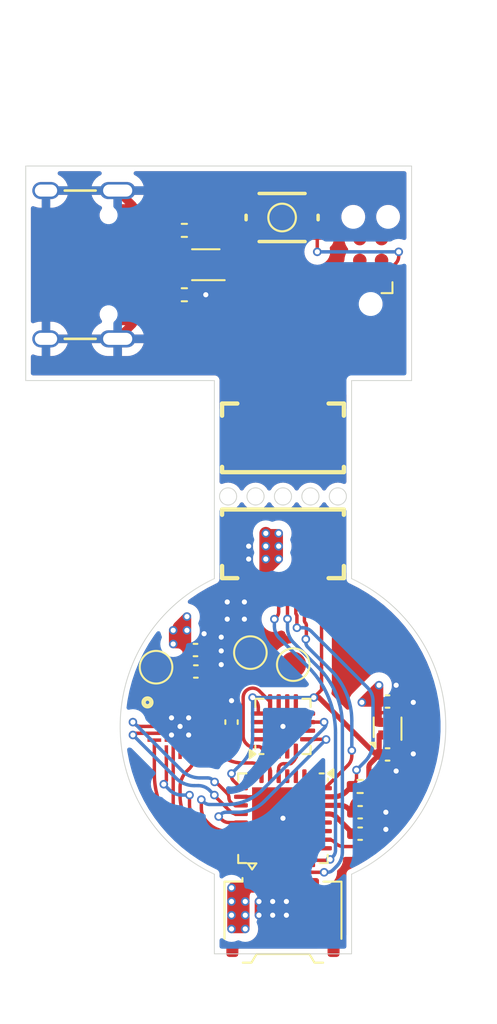
<source format=kicad_pcb>
(kicad_pcb (version 20240108) (generator "pcbnew") (generator_version "8.0")
  (layers (0 "F.Cu" signal) (1 "In1.Cu" signal) (2 "In2.Cu" signal) (31 "B.Cu" signal) (34 "B.Paste" user) (35 "F.Paste" user) (36 "B.SilkS" user "B.Silkscreen") (37 "F.SilkS" user "F.Silkscreen") (38 "B.Mask" user) (39 "F.Mask" user) (44 "Edge.Cuts" user))
  (net 0 "")
  (net 1 "GND")
  (net 2 "Net-(U1-VDDCORE)")
  (net 3 "+3.3V")
  (net 4 "+5V")
  (net 5 "SWCLK")
  (net 6 "RESET")
  (net 7 "SWDIO")
  (net 9 "Net-(U2-1.8VOUT)")
  (net 10 "/TXRX")
  (net 11 "/RXTX")
  (net 12 "Net-(U2-V)")
  (net 14 "Net-(U2-W)")
  (net 15 "Net-(U2-U)")
  (net 18 "/CLK")
  (net 19 "D-")
  (net 21 "D+")
  (net 22 "/VH")
  (net 24 "/UL")
  (net 25 "/CS")
  (net 27 "/MISO")
  (net 28 "/MOSI")
  (net 30 "/VL")
  (net 33 "/VIO")
  (net 34 "/WH")
  (net 35 "/UH")
  (net 36 "/WL")
  (net 37 "Net-(J5-CC2)")
  (net 40 "Net-(J5-D+-PadA6)")
  (net 53 "Net-(J5-D--PadA7)")
  (net 54 "Net-(J5-CC1)")
  (footprint "common:CONN-SMD_10P-P0.50_0.5K-1.2W-10PWB" (layer "F.Cu") (at 50 40.3625)
    (property "Reference" "FPC2" (hide yes))
    (property "Value" "0.5K-1.2W-10PWB")
  )
  (footprint "TestPoint:TestPoint_Pad_D1.5mm" (layer "F.Cu") (at 48.1 45.7)
    (property "Reference" "TP1" (hide yes))
    (property "Value" "TestPoint")
  )
  (footprint "Package_DFN_QFN:QFN-32-1EP_5x5mm_P0.5mm_EP3.6x3.6mm" (layer "F.Cu") (at 50 55.35 -90)
    (property "Reference" "U1" (hide yes))
    (property "Value" "ATSAMD21E17D-M")
  )
  (footprint "common:SOT-666" (layer "F.Cu") (at 45.5 23.1 180)
    (property "Reference" "U5" (hide yes))
    (property "Value" "USBLC6-2P6")
  )
  (footprint "Package_DFN_QFN:DFN-6_1.3x1.2mm_P0.4mm" (layer "F.Cu") (at 56.1 50.132 90)
    (property "Reference" "U4" (hide yes))
    (property "Value" "LDK130PU33R_DFN6")
  )
  (footprint "Capacitor_SMD:C_0402_1005Metric" (layer "F.Cu") (at 54.5 56.25 180)
    (property "Reference" "C1" (hide yes))
    (property "Value" "1nF")
  )
  (footprint "TestPoint:TestPoint_Pad_D1.5mm" (layer "F.Cu") (at 42.6 46.55)
    (property "Reference" "TP2" (hide yes))
    (property "Value" "TestPoint")
  )
  (footprint "common:TACTILE_SWITCH_SMD_4.6X2.8MM" (layer "F.Cu") (at 49.95 20.35)
    (property "Reference" "S1" (hide yes))
    (property "Value" "MOMENTARY-SWITCH-SPST-SMD-4.6X2.8MM")
  )
  (footprint "Capacitor_SMD:C_0402_1005Metric" (layer "F.Cu") (at 56.1 51.632 180)
    (property "Reference" "C4" (hide yes))
    (property "Value" "1uF")
  )
  (footprint "Package_DFN_QFN:QFN-16-1EP_3x3mm_P0.5mm_EP1.45x1.45mm" (layer "F.Cu") (at 50 50 90)
    (property "Reference" "U3" (hide yes))
    (property "Value" "MA730")
  )
  (footprint "Capacitor_SMD:C_0402_1005Metric" (layer "F.Cu") (at 47 49.75 90)
    (property "Reference" "C5" (hide yes))
    (property "Value" "100nF")
  )
  (footprint "common:QFN40P300X300X90-21N" (layer "F.Cu") (at 44 50)
    (property "Reference" "U2" (hide yes))
    (property "Value" "TMC6300-LA-T" (hide yes))
  )
  (footprint "Resistor_SMD:R_0402_1005Metric" (layer "F.Cu") (at 54.5 53.5 180)
    (property "Reference" "R1" (hide yes))
    (property "Value" "1k")
  )
  (footprint "common:XKB-USB-C-16P" (layer "F.Cu") (at 41.2756 23.1 -90)
    (property "Reference" "J5" (hide yes))
    (property "Value" "XKB-USB-C16PIN" (hide yes))
  )
  (footprint "TestPoint:TestPoint_Pad_D1.5mm" (layer "F.Cu") (at 50.6 46.4)
    (property "Reference" "TP3" (hide yes))
    (property "Value" "TestPoint")
  )
  (footprint "common:CONN-SMD_10P-P0.50_0.5K-1.2W-10PWB" (layer "F.Cu") (at 50 32.1875 180)
    (property "Reference" "FPC1" (hide yes))
    (property "Value" "0.5K-1.2W-10PWB")
  )
  (footprint "Capacitor_SMD:C_0402_1005Metric" (layer "F.Cu") (at 44.92 46.8)
    (property "Reference" "C6" (hide yes))
    (property "Value" "100nF")
  )
  (footprint "Capacitor_SMD:C_0402_1005Metric" (layer "F.Cu") (at 56.1 48.55 180)
    (property "Reference" "C3" (hide yes))
    (property "Value" "1uF")
  )
  (footprint "common:R_0402_1005Metric" (layer "F.Cu") (at 44.25 21.1 180)
    (property "Reference" "R3" (hide yes))
    (property "Value" "5.1k")
  )
  (footprint "Capacitor_SMD:C_0402_1005Metric" (layer "F.Cu") (at 54.5 55)
    (property "Reference" "C2" (hide yes))
    (property "Value" "100nF")
  )
  (footprint "common:R_0402_1005Metric" (layer "F.Cu") (at 44.25 24.85 180)
    (property "Reference" "R2" (hide yes))
    (property "Value" "5.1k")
  )
  (footprint "Connector:Tag-Connect_TC2030-IDC-NL_2x03_P1.27mm_Vertical" (layer "F.Cu") (at 55.115 22.85 90)
    (property "Reference" "J1" (hide yes))
    (property "Value" "Conn_ARM_SWD_TagConnect_TC2030-NL")
  )
  (footprint "Connector_Molex:Molex_Pico-EZmate_78171-0004_1x04-1MP_P1.20mm_Vertical" (layer "F.Cu") (at 50 61.134277)
    (property "Reference" "J2" (hide yes))
    (property "Value" "Conn_01x04_MountingPin")
  )
  (footprint "Capacitor_SMD:C_0402_1005Metric" (layer "F.Cu") (at 44.9 45.55 180)
    (property "Reference" "C7" (hide yes))
    (property "Value" "1uF")
  )
  (gr_line (start 35 29.85) (end 46 29.85) (stroke (width 0.05)) (layer "Edge.Cuts"))
  (gr_line (start 46 63.25) (end 46 58.61) (stroke (width 0.05)) (layer "Edge.Cuts"))
  (gr_circle (center 46.8 36.6) (end 46.3 36.6) (stroke (width 0.05)) (fill none) (layer "Edge.Cuts"))
  (gr_line (start 46 29.85) (end 46 37) (stroke (width 0.05)) (layer "Edge.Cuts"))
  (gr_circle (center 51.6 36.6) (end 51.1 36.6) (stroke (width 0.05)) (fill none) (layer "Edge.Cuts"))
  (gr_circle (center 50 36.6) (end 49.5 36.6) (stroke (width 0.05)) (fill none) (layer "Edge.Cuts"))
  (gr_line (start 54 29.85) (end 57.5 29.85) (stroke (width 0.05)) (layer "Edge.Cuts"))
  (gr_circle (center 53.2 36.6) (end 52.7 36.6) (stroke (width 0.05)) (fill none) (layer "Edge.Cuts"))
  (gr_circle (center 48.4 36.6) (end 47.9 36.6) (stroke (width 0.05)) (fill none) (layer "Edge.Cuts"))
  (gr_line (start 35 17.35) (end 35 29.85) (stroke (width 0.05)) (layer "Edge.Cuts"))
  (gr_line (start 54 63.25) (end 46 63.25) (stroke (width 0.05)) (layer "Edge.Cuts"))
  (gr_arc (start 46 58.609999) (mid 40.506208 50) (end 46 41.390001) (stroke (width 0.05)) (layer "Edge.Cuts"))
  (gr_line (start 54 37) (end 54 29.85) (stroke (width 0.05)) (layer "Edge.Cuts"))
  (gr_line (start 57.5 17.35) (end 35 17.35) (stroke (width 0.05)) (layer "Edge.Cuts"))
  (gr_line (start 46 41.39) (end 46 37) (stroke (width 0.05)) (layer "Edge.Cuts"))
  (gr_line (start 54 63.25) (end 54 58.61) (stroke (width 0.05)) (layer "Edge.Cuts"))
  (gr_line (start 54 41.39) (end 54 37) (stroke (width 0.05)) (layer "Edge.Cuts"))
  (gr_line (start 57.5 29.85) (end 57.5 17.35) (stroke (width 0.05)) (layer "Edge.Cuts"))
  (gr_arc (start 54 41.390001) (mid 59.493792 50) (end 54 58.609999) (stroke (width 0.05)) (layer "Edge.Cuts"))
  (segment (start 48.6 60.2) (end 48.6 61) (width 0.5) (layer "F.Cu") (net 1))
  (segment (start 46.4 46.4) (end 46.082842 46.4) (width 0.5) (layer "F.Cu") (net 1))
  (segment (start 50.426776 55.6) (end 52.45 55.6) (width 0.2) (layer "F.Cu") (net 1))
  (segment (start 46.4 44.8) (end 46.4 45.6) (width 0.5) (layer "F.Cu") (net 1))
  (segment (start 48.8625 54.1125) (end 48.8875 54.1375) (width 0.2) (layer "F.Cu") (net 1))
  (segment (start 55.1857 20.616679) (end 55.1857 19.417009) (width 0.5) (layer "F.Cu") (net 1))
  (segment (start 50.135355 55.385355) (end 50.25 55.5) (width 0.2) (layer "F.Cu") (net 1))
  (segment (start 45.6 46.6) (end 45.4 46.8) (width 0.5) (layer "F.Cu") (net 1))
  (segment (start 51.309466 49.325) (end 51.01875 49.325) (width 0.2) (layer "F.Cu") (net 1))
  (segment (start 46.018196 23.1) (end 46.425 23.1) (width 0.3) (layer "F.Cu") (net 1))
  (segment (start 50 55.35) (end 50.05 55.35) (width 0.2) (layer "F.Cu") (net 1))
  (segment (start 50 50) (end 50.431932 49.568067) (width 0.2) (layer "F.Cu") (net 1))
  (segment (start 47.875 41.5625) (end 47.75 41.5625) (width 0.2) (layer "F.Cu") (net 1))
  (segment (start 51.4 49.2875) (end 51.4375 49.25) (width 0.2) (layer "F.Cu") (net 1))
  (segment (start 46.375 45.575) (end 46.4 45.6) (width 0.5) (layer "F.Cu") (net 1))
  (segment (start 45.4 46.8) (end 45.4 45.584142) (width 0.5) (layer "F.Cu") (net 1))
  (segment (start 46.058578 44.6) (end 45.4 44.6) (width 0.5) (layer "F.Cu") (net 1))
  (segment (start 41.21196 26.568639) (end 40.3606 27.42) (width 0.5) (layer "F.Cu") (net 1))
  (segment (start 46.3 44.7) (end 46.4 44.8) (width 0.5) (layer "F.Cu") (net 1))
  (segment (start 43.5 49.5) (end 43.35 49.35) (width 0.2) (layer "F.Cu") (net 1))
  (segment (start 45.4 44.6) (end 45.4 45.515857) (width 0.5) (layer "F.Cu") (net 1))
  (segment (start 48.6 60.2) (end 49.350246 59.449753) (width 0.5) (layer "F.Cu") (net 1))
  (segment (start 44 50) (end 44.2 49.8) (width 0.2) (layer "F.Cu") (net 1))
  (segment (start 47.75 42.75) (end 46.75 42.75) (width 0.5) (layer "F.Cu") (net 1))
  (segment (start 48.6 60.2) (end 49.9 60.2) (width 0.5) (layer "F.Cu") (net 1))
  (segment (start 56 56) (end 55.406776 56) (width 0.5) (layer "F.Cu") (net 1))
  (segment (start 47.75 42.75) (end 46.75 43.75) (width 0.5) (layer "F.Cu") (net 1))
  (segment (start 48.8625 54.1125) (end 48.75 54) (width 0.2) (layer "F.Cu") (net 1))
  (segment (start 50.125 49.875) (end 50 50) (width 0.2) (layer "F.Cu") (net 1))
  (segment (start 44.5 49.5) (end 44.65 49.35) (width 0.2) (layer "F.Cu") (net 1))
  (segment (start 44.2 50.2) (end 44 50) (width 0.2) (layer "F.Cu") (net 1))
  (segment (start 48 41.4375) (end 48 39.5) (width 0.5) (layer "F.Cu") (net 1))
  (segment (start 48 42.573223) (end 48 41.6875) (width 0.75) (layer "F.Cu") (net 1))
  (segment (start 48.832322 54.1) (end 47.55 54.1) (width 0.2) (layer "F.Cu") (net 1))
  (segment (start 48 31.1125) (end 48 32.85) (width 0.5) (layer "F.Cu") (net 1))
  (segment (start 50.2 60.2) (end 49.449753 59.449753) (width 0.5) (layer "F.Cu") (net 1))
  (segment (start 43.5 49.5) (end 44 50) (width 0.2) (layer "F.Cu") (net 1))
  (segment (start 47.75 42.75) (end 47.75 42.875) (width 0.5) (layer "F.Cu") (net 1))
  (segment (start 45.5 24.85) (end 44.76 24.85) (width 0.35) (layer "F.Cu") (net 1))
  (segment (start 48.125 30.9875) (end 48.25 30.9875) (width 0.2) (layer "F.Cu") (net 1))
  (segment (start 49.4 59.329638) (end 49.4 60.2) (width 0.5) (layer "F.Cu") (net 1))
  (segment (start 45.448456 21.788456) (end 44.76 21.1) (width 0.3) (layer "F.Cu") (net 1))
  (segment (start 48.6 61) (end 49.4 60.2) (width 0.5) (layer "F.Cu") (net 1))
  (segment (start 44.4 50.682842) (end 44.4 51.5) (width 0.2) (layer "F.Cu") (net 1))
  (segment (start 47.75 43.75) (end 46.75 42.75) (width 0.5) (layer "F.Cu") (net 1))
  (segment (start 48.125 41.5625) (end 48.25 41.5625) (width 0.2) (layer "F.Cu") (net 1))
  (segment (start 50.25 49.573223) (end 50.25 48.5625) (width 0.2) (layer "F.Cu") (net 1))
  (segment (start 46.436654 49.6) (end 45.5 49.6) (width 0.2) (layer "F.Cu") (net 1))
  (segment (start 55.09285 19.19285) (end 55 19.1) (width 0.5) (layer "F.Cu") (net 1))
  (segment (start 41.21196 19.63136) (end 40.3606 18.78) (width 0.5) (layer "F.Cu") (net 1))
  (segment (start 47.492613 62.775) (end 48.5 62.775) (width 0.35) (layer "F.Cu") (net 1))
  (segment (start 56.547696 51.623562) (end 56.328067 51.403933) (width 0.2) (layer "F.Cu") (net 1))
  (segment (start 49.9 60.2) (end 50.1 60.2) (width 0.5) (layer "F.Cu") (net 1))
  (segment (start 47.874999 42.874999) (end 47.838388 42.911611) (width 0.75) (layer "F.Cu") (net 1))
  (segment (start 47.75 43.75) (end 46.75 43.75) (width 0.5) (layer "F.Cu") (net 1))
  (segment (start 49.4 61) (end 50.2 60.2) (width 0.5) (layer "F.Cu") (net 1))
  (segment (start 47.179638 62.904638) (end 47.05 63.034277) (width 0.35) (layer "F.Cu") (net 1))
  (segment (start 45.75 22.831803) (end 45.75 22.516447) (width 0.3) (layer "F.Cu") (net 1))
  (segment (start 48.8875 54.1375) (end 48.8625 54.1125) (width 0.2) (layer "F.Cu") (net 1))
  (segment (start 46.75 43.75) (end 46.75 42.75) (width 0.5) (layer "F.Cu") (net 1))
  (segment (start 44.8 48.987867) (end 44.8 48.5) (width 0.2) (layer "F.Cu") (net 1))
  (segment (start 46.314644 45.55) (end 45.394142 45.55) (width 0.5) (layer "F.Cu") (net 1))
  (segment (start 50 60.3) (end 50 60.658578) (width 0.5) (layer "F.Cu") (net 1))
  (segment (start 48.6 61) (end 50.2 61) (width 0.5) (layer "F.Cu") (net 1))
  (segment (start 47.875 30.9875) (end 47.75 30.9875) (width 0.2) (layer "F.Cu") (net 1))
  (segment (start 50.2 60.2) (end 50.1 60.2) (width 0.5) (layer "F.Cu") (net 1))
  (segment (start 55.105 56.125) (end 54.98 56.25) (width 0.5) (layer "F.Cu") (net 1))
  (segment (start 44.5 49.5) (end 44 50) (width 0.2) (layer "F.Cu") (net 1))
  (segment (start 46.4 46.4) (end 46.4 45.6) (width 0.5) (layer "F.Cu") (net 1))
  (segment (start 50 55.35) (end 50 55.25) (width 0.2) (layer "F.Cu") (net 1))
  (segment (start 47.75 43.75) (end 47.75 42.75) (width 0.5) (layer "F.Cu") (net 1))
  (segment (start 50.1 60.9) (end 50.2 61) (width 0.5) (layer "F.Cu") (net 1))
  (segment (start 56.568067 51.632) (end 56.58 51.632) (width 0.2) (layer "F.Cu") (net 1))
  (segment (start 41.2756 19.785) (end 41.2756 19.875) (width 0.5) (layer "F.Cu") (net 1))
  (segment (start 41.2756 26.415) (end 41.2756 26.325) (width 0.5) (layer "F.Cu") (net 1))
  (segment (start 43.2 48.987867) (end 43.2 48.5) (width 0.2) (layer "F.Cu") (net 1))
  (segment (start 56.1 50.85333) (end 56.1 50.5) (width 0.2) (layer "F.Cu") (net 1))
  (segment (start 45.5 49.6) (end 44.682842 49.6) (width 0.2) (layer "F.Cu") (net 1))
  (segment (start 50.125 55.475) (end 50 55.35) (width 0.2) (layer "F.Cu") (net 1))
  (segment (start 55.46785 21.29785) (end 55.75 21.58) (width 0.5) (layer "F.Cu") (net 1))
  (segment (start 50.2 60.2) (end 50.2 61) (width 0.5) (layer "F.Cu") (net 1))
  (segment (start 49.4 61) (end 49.4 60.2) (width 0.5) (layer "F.Cu") (net 1))
  (segment (start 46.835 49.435) (end 47 49.27) (width 0.2) (layer "F.Cu") (net 1))
  (segment (start 44 50) (end 44 51.5) (width 0.2) (layer "F.Cu") (net 1))
  (segment (start 48 30.8625) (end 48 29.6) (width 0.5) (layer "F.Cu") (net 1))
  (segment (start 50 55.25) (end 48.8875 54.1375) (width 0.2) (layer "F.Cu") (net 1))
  (via (at 50 55.35) (size 0.5) (drill 0.3) (layers "F.Cu" "B.Cu") (net 1))
  (via (at 48 40.25) (size 0.5) (drill 0.3) (layers "F.Cu" "B.Cu") (net 1))
  (via (at 49.4 61) (size 0.5) (drill 0.3) (layers "F.Cu" "B.Cu") (net 1))
  (via (at 44.5 50.5) (size 0.5) (drill 0.3) (layers "F.Cu" "B.Cu") (net 1))
  (via (at 50 50) (size 0.5) (drill 0.3) (layers "F.Cu" "B.Cu") (net 1))
  (via (at 57.6 48.6) (size 0.5) (drill 0.3) (layers "F.Cu" "B.Cu") (net 1))
  (via (at 46.75 42.75) (size 0.5) (drill 0.3) (layers "F.Cu" "B.Cu") (net 1))
  (via (at 50.2 60.2) (size 0.5) (drill 0.3) (layers "F.Cu" "B.Cu") (net 1))
  (via (at 56 55) (size 0.5) (drill 0.3) (layers "F.Cu" "B.Cu") (net 1))
  (via (at 43.5 49.5) (size 0.5) (drill 0.3) (layers "F.Cu" "B.Cu") (net 1))
  (via (at 47.75 43.75) (size 0.5) (drill 0.3) (layers "F.Cu" "B.Cu") (net 1))
  (via (at 46.4 44.8) (size 0.5) (drill 0.3) (layers "F.Cu" "B.Cu") (net 1))
  (via (at 46.4 46.4) (size 0.5) (drill 0.3) (layers "F.Cu" "B.Cu") (net 1))
  (via (at 56.6 52.6) (size 0.5) (drill 0.3) (layers "F.Cu" "B.Cu") (net 1))
  (via (at 46.75 43.75) (size 0.5) (drill 0.3) (layers "F.Cu" "B.Cu") (net 1))
  (via (at 45.5 24.85) (size 0.5) (drill 0.3) (layers "F.Cu" "B.Cu") (net 1))
  (via (at 49.4 60.2) (size 0.5) (drill 0.3) (layers "F.Cu" "B.Cu") (net 1))
  (via (at 44 50) (size 0.5) (drill 0.3) (layers "F.Cu" "B.Cu") (net 1))
  (via (at 48.6 61) (size 0.5) (drill 0.3) (layers "F.Cu" "B.Cu") (net 1))
  (via (at 48.6 60.2) (size 0.5) (drill 0.3) (layers "F.Cu" "B.Cu") (net 1))
  (via (at 57.6 51.6) (size 0.5) (drill 0.3) (layers "F.Cu" "B.Cu") (net 1))
  (via (at 56 56) (size 0.5) (drill 0.3) (layers "F.Cu" "B.Cu") (net 1))
  (via (at 43.5 50.5) (size 0.5) (drill 0.3) (layers "F.Cu" "B.Cu") (net 1))
  (via (at 47 48.5) (size 0.5) (drill 0.3) (layers "F.Cu" "B.Cu") (net 1))
  (via (at 44.5 49.5) (size 0.5) (drill 0.3) (layers "F.Cu" "B.Cu") (net 1))
  (via (at 46.4 45.6) (size 0.5) (drill 0.3) (layers "F.Cu" "B.Cu") (net 1))
  (via (at 48 39.5) (size 0.5) (drill 0.3) (layers "F.Cu" "B.Cu") (net 1))
  (via (at 45.4 44.6) (size 0.5) (drill 0.3) (layers "F.Cu" "B.Cu") (net 1))
  (via (at 47.75 42.75) (size 0.5) (drill 0.3) (layers "F.Cu" "B.Cu") (net 1))
  (via (at 50.2 61) (size 0.5) (drill 0.3) (layers "F.Cu" "B.Cu") (net 1))
  (via (at 56.6 47.6) (size 0.5) (drill 0.3) (layers "F.Cu" "B.Cu") (net 1))
  (arc (start 50.125 55.475) (mid 50.263456 55.567513) (end 50.426776 55.6) (width 0.2) (layer "F.Cu") (net 1))
  (arc (start 45.394142 45.55) (mid 45.38873 45.553616) (end 45.39 45.56) (width 0.5) (layer "F.Cu") (net 1))
  (arc (start 56.1 50.85333) (mid 56.159272 51.151314) (end 56.328067 51.403933) (width 0.2) (layer "F.Cu") (net 1))
  (arc (start 48 41.6875) (mid 47.963388 41.599111) (end 47.875 41.5625) (width 0.75) (layer "F.Cu") (net 1))
  (arc (start 55.406776 56) (mid 55.243456 56.032486) (end 55.105 56.125) (width 0.5) (layer "F.Cu") (net 1))
  (arc (start 50.135355 55.385355) (mid 50.096193 55.359188) (end 50.05 55.35) (width 0.2) (layer "F.Cu") (net 1))
  (arc (start 44.2 50.2) (mid 44.348021 50.421529) (end 44.4 50.682842) (width 0.2) (layer "F.Cu") (net 1))
  (arc (start 45.448456 21.788456) (mid 45.671631 22.122461) (end 45.75 22.516447) (width 0.3) (layer "F.Cu") (net 1))
  (arc (start 44.682842 49.6) (mid 44.421529 49.651978) (end 44.2 49.8) (width 0.2) (layer "F.Cu") (net 1))
  (arc (start 51.01875 49.325) (mid 50.701166 49.388171) (end 50.431932 49.568067) (width 0.2) (layer "F.Cu") (net 1))
  (arc (start 48 30.8625) (mid 48.036611 30.950888) (end 48.125 30.9875) (width 0.5) (layer "F.Cu") (net 1))
  (arc (start 50 60.658578) (mid 50.025989 60.789234) (end 50.1 60.9) (width 0.5) (layer "F.Cu") (net 1))
  (arc (start 44.8 48.987867) (mid 44.761016 49.183852) (end 44.65 49.35) (width 0.2) (layer "F.Cu") (net 1))
  (arc (start 48 42.573223) (mid 47.967513 42.736543) (end 47.874999 42.874999) (width 0.75) (layer "F.Cu") (net 1))
  (arc (start 47.875 30.9875) (mid 47.963388 30.950888) (end 48 30.8625) (width 0.2) (layer "F.Cu") (net 1))
  (arc (start 49.449753 59.449753) (mid 49.399999 59.429144) (end 49.350246 59.449753) (width 0.5) (layer "F.Cu") (net 1))
  (arc (start 55.1857 20.616679) (mid 55.259028 20.985326) (end 55.46785 21.29785) (width 0.5) (layer "F.Cu") (net 1))
  (arc (start 45.39 45.56) (mid 45.397401 45.571076) (end 45.4 45.584142) (width 0.5) (layer "F.Cu") (net 1))
  (arc (start 46.375 45.575) (mid 46.347308 45.556497) (end 46.314644 45.55) (width 0.5) (layer "F.Cu") (net 1))
  (arc (start 45.39 45.54) (mid 45.38873 45.546383) (end 45.394142 45.55) (width 0.5) (layer "F.Cu") (net 1))
  (arc (start 49.350246 59.449753) (mid 49.387069 59.394643) (end 49.4 59.329638) (width 0.5) (layer "F.Cu") (net 1))
  (arc (start 49.4 59.329638) (mid 49.4 59.329638) (end 49.4 59.329638) (width 0.5) (layer "F.Cu") (net 1))
  (arc (start 46.3 44.7) (mid 46.189234 44.625989) (end 46.058578 44.6) (width 0.5) (layer "F.Cu") (net 1))
  (arc (start 48 31.1125) (mid 47.963388 31.024111) (end 47.875 30.9875) (width 0.5) (layer "F.Cu") (net 1))
  (arc (start 48.8625 54.1125) (mid 48.848654 54.103248) (end 48.832322 54.1) (width 0.2) (layer "F.Cu") (net 1))
  (arc (start 41.2756 26.415) (mid 41.25906 26.498148) (end 41.21196 26.568639) (width 0.5) (layer "F.Cu") (net 1))
  (arc (start 49.4 59.329638) (mid 49.41293 59.394643) (end 49.449753 59.449753) (width 0.5) (layer "F.Cu") (net 1))
  (arc (start 47.75 42.875) (mid 47.781962 42.922835) (end 47.838388 42.911611) (width 0.5) (layer "F.Cu") (net 1))
  (arc (start 50 60.3) (mid 49.97071 60.229289) (end 49.9 60.2) (width 0.5) (layer "F.Cu") (net 1))
  (arc (start 50 55.25) (mid 50 55.25) (end 50 55.25) (width 0.2) (layer "F.Cu") (net 1))
  (arc (start 50 55.25) (mid 50 55.25) (end 50 55.25) (width 0.2) (layer "F.Cu") (net 1))
  (arc (start 56.547696 51.623562) (mid 56.557042 51.629807) (end 56.568067 51.632) (width 0.2) (layer "F.Cu") (net 1))
  (arc (start 46.082842 46.4) (mid 45.821529 46.451978) (end 45.6 46.6) (width 0.5) (layer "F.Cu") (net 1))
  (arc (start 45.828553 23.021447) (mid 45.915562 23.079584) (end 46.018196 23.1) (width 0.3) (layer "F.Cu") (net 1))
  (arc (start 43.2 48.987867) (mid 43.238983 49.183852) (end 43.35 49.35) (width 0.2) (layer "F.Cu") (net 1))
  (arc (start 48 41.4375) (mid 48.036611 41.525888) (end 48.125 41.5625) (width 0.5) (layer "F.Cu") (net 1))
  (arc (start 48.125 30.9875) (mid 48.036611 31.024111) (end 48 31.1125) (width 0.2) (layer "F.Cu") (net 1))
  (arc (start 48.8625 54.1125) (mid 48.8625 54.1125) (end 48.8625 54.1125) (width 0.2) (layer "F.Cu") (net 1))
  (arc (start 50.1 60.2) (mid 50.029289 60.229289) (end 50 60.3) (width 0.5) (layer "F.Cu") (net 1))
  (arc (start 45.39 45.56) (mid 45.385857 45.55) (end 45.39 45.54) (width 0.5) (layer "F.Cu") (net 1))
  (arc (start 50 55.25) (mid 50 55.25) (end 50 55.25) (width 0.2) (layer "F.Cu") (net 1))
  (arc (start 45.4 45.515857) (mid 45.397401 45.528923) (end 45.39 45.54) (width 0.5) (layer "F.Cu") (net 1))
  (arc (start 47.875 41.5625) (mid 47.963388 41.525888) (end 48 41.4375) (width 0.2) (layer "F.Cu") (net 1))
  (arc (start 45.75 22.831803) (mid 45.770415 22.934437) (end 45.828553 23.021447) (width 0.3) (layer "F.Cu") (net 1))
  (arc (start 50.25 49.573223) (mid 50.217513 49.736543) (end 50.125 49.875) (width 0.2) (layer "F.Cu") (net 1))
  (arc (start 55.09285 19.19285) (mid 55.161569 19.295695) (end 55.1857 19.417009) (width 0.5) (layer "F.Cu") (net 1))
  (arc (start 47.492613 62.775) (mid 47.323232 62.808691) (end 47.179638 62.904638) (width 0.35) (layer "F.Cu") (net 1))
  (arc (start 41.21196 19.63136) (mid 41.25906 19.70185) (end 41.2756 19.785) (width 0.5) (layer "F.Cu") (net 1))
  (arc (start 51.4 49.2875) (mid 51.358462 49.315254) (end 51.309466 49.325) (width 0.2) (layer "F.Cu") (net 1))
  (arc (start 48.125 41.5625) (mid 48.036611 41.599111) (end 48 41.6875) (width 0.2) (layer "F.Cu") (net 1))
  (arc (start 46.835 49.435) (mid 46.652237 49.557117) (end 46.436654 49.6) (width 0.2) (layer "F.Cu") (net 1))
  (segment (start 54.02 56.217452) (end 54.02 56.25) (width 0.3) (layer "F.Cu") (net 2))
  (segment (start 53.106603 55.271507) (end 53.996985 56.161889) (width 0.3) (layer "F.Cu") (net 2))
  (segment (start 52.692548 55.1) (end 52.45 55.1) (width 0.3) (layer "F.Cu") (net 2))
  (arc (start 53.106603 55.271507) (mid 52.916633 55.144573) (end 52.692548 55.1) (width 0.3) (layer "F.Cu") (net 2))
  (arc (start 53.996985 56.161889) (mid 54.014018 56.187381) (end 54.02 56.217452) (width 0.3) (layer "F.Cu") (net 2))
  (segment (start 53.337157 54.6) (end 52.45 54.6) (width 0.3) (layer "F.Cu") (net 3))
  (segment (start 55.83015 24.20015) (end 55.75 24.12) (width 0.2) (layer "F.Cu") (net 3))
  (segment (start 53.82 54.8) (end 54.02 55) (width 0.3) (layer "F.Cu") (net 3))
  (segment (start 55.9103 25.673903) (end 55.9103 24.393649) (width 0.2) (layer "F.Cu") (net 3))
  (segment (start 52.1 48.320159) (end 55.338245 51.558404) (width 0.3) (layer "F.Cu") (net 3))
  (segment (start 51.8 48.320159) (end 52.25 47.870159) (width 0.2) (layer "F.Cu") (net 3))
  (segment (start 55.01 52.394735) (end 55.01 53.5) (width 0.3) (layer "F.Cu") (net 3))
  (segment (start 55.326 51.926) (end 55.126 52.126) (width 0.3) (layer "F.Cu") (net 3))
  (segment (start 51.75 41.9) (end 51.75 41.5625) (width 0.2) (layer "F.Cu") (net 3))
  (segment (start 55.329 51.923) (end 55.326 51.926) (width 0.3) (layer "F.Cu") (net 3))
  (segment (start 47.106066 53.156066) (end 47.55 53.6) (width 0.2) (layer "F.Cu") (net 3))
  (segment (start 54.200312 54.309687) (end 55.01 53.5) (width 0.3) (layer "F.Cu") (net 3))
  (segment (start 51.8 48.320159) (end 52.1 48.320159) (width 0.3) (layer "F.Cu") (net 3))
  (segment (start 48.229841 48.320159) (end 48.39617 48.486488) (width 0.2) (layer "F.Cu") (net 3))
  (segment (start 47 52.75) (end 47 52.9) (width 0.2) (layer "F.Cu") (net 3))
  (segment (start 52 42.4875) (end 51.988648 42.476148) (width 0.2) (layer "F.Cu") (net 3))
  (segment (start 51.75 30.65) (end 51.75 30.9875) (width 0.2) (layer "F.Cu") (net 3))
  (segment (start 48.5625 48.888043) (end 48.5625 49.25) (width 0.2) (layer "F.Cu") (net 3))
  (segment (start 54.02 54.745) (end 54.02 55) (width 0.3) (layer "F.Cu") (net 3))
  (segment (start 55.118 52.134) (end 55.126 52.126) (width 0.3) (layer "F.Cu") (net 3))
  (segment (start 51.988648 30.073851) (end 55.572094 26.490405) (width 0.2) (layer "F.Cu") (net 3))
  (segment (start 55.523 51.729) (end 55.329 51.923) (width 0.3) (layer "F.Cu") (net 3))
  (segment (start 52.25 47.870159) (end 52.25 43.091053) (width 0.2) (layer "F.Cu") (net 3))
  (segment (start 55.61 51.614928) (end 55.61 50.5) (width 0.3) (layer "F.Cu") (net 3))
  (segment (start 55.615 51.637) (end 55.523 51.729) (width 0.3) (layer "F.Cu") (net 3))
  (segment (start 55.51592 51.632) (end 55.612928 51.632) (width 0.3) (layer "F.Cu") (net 3))
  (via (at 48.229841 48.320159) (size 0.5) (drill 0.3) (layers "F.Cu" "B.Cu") (net 3))
  (via (at 51.8 48.320159) (size 0.5) (drill 0.3) (layers "F.Cu" "B.Cu") (net 3))
  (via (at 47 52.75) (size 0.5) (drill 0.3) (layers "F.Cu" "B.Cu") (net 3))
  (arc (start 55.118 52.134) (mid 55.038068 52.253626) (end 55.01 52.394735) (width 0.3) (layer "F.Cu") (net 3))
  (arc (start 48.39617 48.486488) (mid 48.519272 48.670723) (end 48.5625 48.888043) (width 0.2) (layer "F.Cu") (net 3))
  (arc (start 55.83015 24.20015) (mid 55.889469 24.288928) (end 55.9103 24.393649) (width 0.2) (layer "F.Cu") (net 3))
  (arc (start 51.988648 42.476148) (mid 51.812022 42.211809) (end 51.75 41.9) (width 0.2) (layer "F.Cu") (net 3))
  (arc (start 55.615 51.637) (mid 55.615634 51.633808) (end 55.612928 51.632) (width 0.3) (layer "F.Cu") (net 3))
  (arc (start 53.82 54.8) (mid 53.598469 54.651978) (end 53.337157 54.6) (width 0.3) (layer "F.Cu") (net 3))
  (arc (start 55.9103 25.673903) (mid 55.822403 26.115791) (end 55.572094 26.490405) (width 0.2) (layer "F.Cu") (net 3))
  (arc (start 51.988648 30.073851) (mid 51.812022 30.33819) (end 51.75 30.65) (width 0.2) (layer "F.Cu") (net 3))
  (arc (start 54.200312 54.309687) (mid 54.066861 54.50941) (end 54.02 54.745) (width 0.3) (layer "F.Cu") (net 3))
  (arc (start 55.61 51.614928) (mid 55.611299 51.621461) (end 55.615 51.627) (width 0.3) (layer "F.Cu") (net 3))
  (arc (start 47 52.9) (mid 47.027565 53.038581) (end 47.106066 53.156066) (width 0.2) (layer "F.Cu") (net 3))
  (arc (start 55.612928 51.632) (mid 55.615634 51.630191) (end 55.615 51.627) (width 0.3) (layer "F.Cu") (net 3))
  (arc (start 55.338245 51.558404) (mid 55.419763 51.612873) (end 55.51592 51.632) (width 0.3) (layer "F.Cu") (net 3))
  (arc (start 55.615 51.627) (mid 55.617071 51.632) (end 55.615 51.637) (width 0.3) (layer "F.Cu") (net 3))
  (arc (start 52.25 43.091053) (mid 52.185027 42.764412) (end 52 42.4875) (width 0.2) (layer "F.Cu") (net 3))
  (segment (start 47 52.75) (end 47.61492 52.135079) (width 0.2) (layer "B.Cu") (net 3))
  (segment (start 51.8 48.320159) (end 48.229841 48.320159) (width 0.2) (layer "B.Cu") (net 3))
  (segment (start 48.229841 50.65053) (end 48.229841 48.320159) (width 0.2) (layer "B.Cu") (net 3))
  (arc (start 48.229841 50.65053) (mid 48.070028 51.453962) (end 47.61492 52.135079) (width 0.2) (layer "B.Cu") (net 3))
  (segment (start 49.088388 40.911611) (end 49.75 40.25) (width 0.5) (layer "F.Cu") (net 4))
  (segment (start 41.1881 20.7375) (end 41.2756 20.65) (width 0.35) (layer "F.Cu") (net 4))
  (segment (start 55.615757 48.636242) (end 55.565 48.687) (width 0.5) (layer "F.Cu") (net 4))
  (segment (start 47 60.2) (end 47 59.4) (width 0.5) (layer "F.Cu") (net 4))
  (segment (start 47 61.8) (end 47.8 61.8) (width 0.5) (layer "F.Cu") (net 4))
  (segment (start 48.875 30.9875) (end 48.75 30.9875) (width 0.2) (layer "F.Cu") (net 4))
  (segment (start 47.8 60.2) (end 47 59.4) (width 0.5) (layer "F.Cu") (net 4))
  (segment (start 43.903829 45.033829) (end 43.716672 44.846672) (width 0.5) (layer "F.Cu") (net 4))
  (segment (start 48.875 41.5625) (end 48.75 41.5625) (width 0.2) (layer "F.Cu") (net 4))
  (segment (start 49.75 38.75) (end 49.75 40.25) (width 0.5) (layer "F.Cu") (net 4))
  (segment (start 54.85 48.35) (end 55.35 47.85) (width 0.5) (layer "F.Cu") (net 4))
  (segment (start 47.070361 59.329638) (end 47 59.4) (width 0.5) (layer "F.Cu") (net 4))
  (segment (start 49.75 38.75) (end 49 38.75) (width 0.5) (layer "F.Cu") (net 4))
  (segment (start 39.75 24.648455) (end 39.75 21.551544) (width 0.35) (layer "F.Cu") (net 4))
  (segment (start 44 47.32) (end 44 47.48) (width 0.5) (layer "F.Cu") (net 4))
  (segment (start 48.4 28.15) (end 48.188908 27.938908) (width 0.5) (layer "F.Cu") (net 4))
  (segment (start 44 47.48) (end 44 48.5) (width 0.2) (layer "F.Cu") (net 4))
  (segment (start 47 61.8) (end 47 60.2) (width 0.5) (layer "F.Cu") (net 4))
  (segment (start 46.126776 24.628247) (end 45.462652 23.964123) (width 0.3) (layer "F.Cu") (net 4))
  (segment (start 55.51 49.286062) (end 55.51 49.213937) (width 0.5) (layer "F.Cu") (net 4))
  (segment (start 43.835 45.2) (end 43.6 45.2) (width 0.5) (layer "F.Cu") (net 4))
  (segment (start 47 60.2) (end 47 60.129638) (width 0.5) (layer "F.Cu") (net 4))
  (segment (start 49.125 30.9875) (end 48.875 30.9875) (width 0.2) (layer "F.Cu") (net 4))
  (segment (start 45.25 23.185355) (end 45.25 23.450735) (width 0.3) (layer "F.Cu") (net 4))
  (segment (start 45.463388 25.886611) (end 46.126776 25.223223) (width 0.3) (layer "F.Cu") (net 4))
  (segment (start 40.976856 25.375) (end 40.476544 25.375) (width 0.35) (layer "F.Cu") (net 4))
  (segment (start 44.4 44.4) (end 43.9 44.4) (width 0.5) (layer "F.Cu") (net 4))
  (segment (start 47 61.8) (end 47.8 61) (width 0.5) (layer "F.Cu") (net 4))
  (segment (start 47.240229 59.259277) (end 47.6 59.259277) (width 0.5) (layer "F.Cu") (net 4))
  (segment (start 55.35 48.35) (end 55.615757 48.615757) (width 0.5) (layer "F.Cu") (net 4))
  (segment (start 44.429999 46.809999) (end 44.056568 47.183431) (width 0.5) (layer "F.Cu") (net 4))
  (segment (start 40.976856 20.825) (end 40.476544 20.825) (width 0.35) (layer "F.Cu") (net 4))
  (segment (start 55.6 47.6) (end 55.6 48.597857) (width 0.5) (layer "F.Cu") (net 4))
  (segment (start 41.399343 25.55) (end 42.300502 25.55) (width 0.5) (layer "F.Cu") (net 4))
  (segment (start 44.9475 25.7975) (end 45.036611 25.886611) (width 0.5) (layer "F.Cu") (net 4))
  (segment (start 43.6 44.4) (end 43.6 45.2) (width 0.5) (layer "F.Cu") (net 4))
  (segment (start 49 39.5) (end 49.75 38.75) (width 0.5) (layer "F.Cu") (net 4))
  (segment (start 44.4 45.515857) (end 44.4 44.4) (width 0.5) (layer "F.Cu") (net 4))
  (segment (start 55.51 49.213937) (end 55.51 48.819781) (width 0.5) (layer "F.Cu") (net 4))
  (segment (start 49 41.125) (end 49 41.375) (width 0.75) (layer "F.Cu") (net 4))
  (segment (start 47 60.2) (end 47.8 60.2) (width 0.5) (layer "F.Cu") (net 4))
  (segment (start 55.51 49.286062) (end 55.51 49.764) (width 0.5) (layer "F.Cu") (net 4))
  (segment (start 44.4 43.6) (end 44.4 44.4) (width 0.5) (layer "F.Cu") (net 4))
  (segment (start 47.8 61.8) (end 47.8 60.2) (width 0.5) (layer "F.Cu") (net 4))
  (segment (start 55.565372 48.6) (end 54.6 48.6) (width 0.5) (layer "F.Cu") (net 4))
  (segment (start 49.125 41.5625) (end 48.875 41.5625) (width 0.2) (layer "F.Cu") (net 4))
  (segment (start 49 41.375) (end 49 41.125) (width 0.5) (layer "F.Cu") (net 4))
  (segment (start 47.6 59.259277) (end 48 59.259277) (width 0.5) (layer "F.Cu") (net 4))
  (segment (start 55.6 47.6) (end 55.35 47.85) (width 0.5) (layer "F.Cu") (net 4))
  (segment (start 49 41.375) (end 49 41.4375) (width 0.5) (layer "F.Cu") (net 4))
  (segment (start 43.903829 45.033829) (end 44.23617 45.36617) (width 0.5) (layer "F.Cu") (net 4))
  (segment (start 43.6 44.4) (end 43.6 44.565) (width 0.5) (layer "F.Cu") (net 4))
  (segment (start 43.6 45.2) (end 44.4 44.4) (width 0.5) (layer "F.Cu") (net 4))
  (segment (start 47 61) (end 47.8 60.2) (width 0.5) (layer "F.Cu") (net 4))
  (segment (start 49.125 41.5625) (end 49.25 41.5625) (width 0.2) (layer "F.Cu") (net 4))
  (segment (start 49.125 30.9875) (end 49.25 30.9875) (width 0.2) (layer "F.Cu") (net 4))
  (segment (start 43.6 44.4) (end 43.7 44.4) (width 0.5) (layer "F.Cu") (net 4))
  (segment (start 44.4 43.6) (end 43.87071 44.129289) (width 0.5) (layer "F.Cu") (net 4))
  (segment (start 46.311091 27.161091) (end 45.213388 26.063388) (width 0.5) (layer "F.Cu") (net 4))
  (segment (start 44.42 45.564142) (end 44.42 46.765857) (width 0.5) (layer "F.Cu") (net 4))
  (segment (start 49.75 39.5) (end 49 40.25) (width 0.5) (layer "F.Cu") (net 4))
  (segment (start 55.615757 48.627757) (end 55.61 48.622) (width 0.5) (layer "F.Cu") (net 4))
  (segment (start 54.85 48.35) (end 54.6 48.6) (width 0.5) (layer "F.Cu") (net 4))
  (segment (start 47.8 61) (end 47 61) (width 0.5) (layer "F.Cu") (net 4))
  (segment (start 47.991174 59.468102) (end 48.058578 59.400698) (width 0.5) (layer "F.Cu") (net 4))
  (segment (start 45.213388 26.063388) (end 45.036611 25.886611) (width 0.5) (layer "F.Cu") (net 4))
  (segment (start 49 41.125) (end 49 38.75) (width 0.75) (layer "F.Cu") (net 4))
  (segment (start 47.8 59.929638) (end 47.8 60.2) (width 0.5) (layer "F.Cu") (net 4))
  (segment (start 43.9 44.4) (end 43.7 44.4) (width 0.5) (layer "F.Cu") (net 4))
  (segment (start 47.049753 60.009523) (end 47.658578 59.400698) (width 0.5) (layer "F.Cu") (net 4))
  (segment (start 49 40.25) (end 49 41.4375) (width 0.2) (layer "F.Cu") (net 4))
  (segment (start 56.2575 49.199) (end 55.597062 49.199) (width 0.2) (layer "F.Cu") (net 4))
  (segment (start 45.164644 23.1) (end 44.575 23.1) (width 0.3) (layer "F.Cu") (net 4))
  (segment (start 55.604 48.616) (end 55.615757 48.627757) (width 0.5) (layer "F.Cu") (net 4))
  (segment (start 49.75 40.25) (end 49 40.25) (width 0.5) (layer "F.Cu") (net 4))
  (segment (start 49.75 39.5) (end 49 39.5) (width 0.5) (layer "F.Cu") (net 4))
  (segment (start 56.54 49.4815) (end 56.54 49.764) (width 0.2) (layer "F.Cu") (net 4))
  (segment (start 42.469497 25.62) (end 44.518977 25.62) (width 0.5) (layer "F.Cu") (net 4))
  (segment (start 49 29.598528) (end 49 30.8625) (width 0.5) (layer "F.Cu") (net 4))
  (segment (start 44.41 45.54) (end 44.23617 45.36617) (width 0.5) (layer "F.Cu") (net 4))
  (via (at 55.6 47.6) (size 0.5) (drill 0.3) (layers "F.Cu" "B.Cu") (net 4))
  (via (at 44.4 43.6) (size 0.5) (drill 0.3) (layers "F.Cu" "B.Cu") (net 4))
  (via (at 47.8 61.8) (size 0.5) (drill 0.3) (layers "F.Cu" "B.Cu") (net 4))
  (via (at 47 60.2) (size 0.5) (drill 0.3) (layers "F.Cu" "B.Cu") (net 4))
  (via (at 49 39.5) (size 0.5) (drill 0.3) (layers "F.Cu" "B.Cu") (net 4))
  (via (at 43.6 45.2) (size 0.5) (drill 0.3) (layers "F.Cu" "B.Cu") (net 4))
  (via (at 47 61.8) (size 0.5) (drill 0.3) (layers "F.Cu" "B.Cu") (net 4))
  (via (at 49.75 40.25) (size 0.5) (drill 0.3) (layers "F.Cu" "B.Cu") (net 4))
  (via (at 43.6 44.4) (size 0.5) (drill 0.3) (layers "F.Cu" "B.Cu") (net 4))
  (via (at 47 59.4) (size 0.5) (drill 0.3) (layers "F.Cu" "B.Cu") (net 4))
  (via (at 54.6 48.6) (size 0.5) (drill 0.3) (layers "F.Cu" "B.Cu") (net 4))
  (via (at 44.4 44.4) (size 0.5) (drill 0.3) (layers "F.Cu" "B.Cu") (net 4))
  (via (at 49 38.75) (size 0.5) (drill 0.3) (layers "F.Cu" "B.Cu") (net 4))
  (via (at 49.75 39.5) (size 0.5) (drill 0.3) (layers "F.Cu" "B.Cu") (net 4))
  (via (at 47.8 60.2) (size 0.5) (drill 0.3) (layers "F.Cu" "B.Cu") (net 4))
  (via (at 47 61) (size 0.5) (drill 0.3) (layers "F.Cu" "B.Cu") (net 4))
  (via (at 49.75 38.75) (size 0.5) (drill 0.3) (layers "F.Cu" "B.Cu") (net 4))
  (via (at 47.8 61) (size 0.5) (drill 0.3) (layers "F.Cu" "B.Cu") (net 4))
  (via (at 49 40.25) (size 0.5) (drill 0.3) (layers "F.Cu" "B.Cu") (net 4))
  (arc (start 55.615757 48.636242) (mid 55.617514 48.631999) (end 55.615757 48.627757) (width 0.5) (layer "F.Cu") (net 4))
  (arc (start 47.658578 59.400698) (mid 47.676536 59.310417) (end 47.6 59.259277) (width 0.5) (layer "F.Cu") (net 4))
  (arc (start 43.8 44.3) (mid 43.829289 44.37071) (end 43.9 44.4) (width 0.5) (layer "F.Cu") (net 4))
  (arc (start 49 41.125) (mid 49 41.125) (end 49 41.125) (width 0.5) (layer "F.Cu") (net 4))
  (arc (start 49 41.4375) (mid 49 41.4375) (end 49 41.4375) (width 0.5) (layer "F.Cu") (net 4))
  (arc (start 48.875 41.5625) (mid 48.963388 41.525888) (end 49 41.4375) (width 0.2) (layer "F.Cu") (net 4))
  (arc (start 41.1881 25.4625) (mid 41.09118 25.39774) (end 40.976856 25.375) (width 0.35) (layer "F.Cu") (net 4))
  (arc (start 55.62 48.626) (mid 55.618897 48.631543) (end 55.615757 48.636242) (width 0.5) (layer "F.Cu") (net 4))
  (arc (start 46.126776 24.628247) (mid 46.217975 24.764735) (end 46.25 24.925735) (width 0.3) (layer "F.Cu") (net 4))
  (arc (start 43.835 45.2) (mid 43.92493 45.139909) (end 43.903829 45.033829) (width 0.5) (layer "F.Cu") (net 4))
  (arc (start 44.9475 25.7975) (mid 44.750891 25.66613) (end 44.518977 25.62) (width 0.5) (layer "F.Cu") (net 4))
  (arc (start 55.6 48.597857) (mid 55.602598 48.610923) (end 55.61 48.622) (width 0.5) (layer "F.Cu") (net 4))
  (arc (start 45.25 25.975) (mid 45.202164 26.006962) (end 45.213388 26.063388) (width 0.3) (layer "F.Cu") (net 4))
  (arc (start 46.25 24.925735) (mid 46.217975 25.086734) (end 46.126776 25.223223) (width 0.3) (layer "F.Cu") (net 4))
  (arc (start 55.615757 48.627757) (mid 55.615757 48.627757) (end 55.615757 48.627757) (width 0.5) (layer "F.Cu") (net 4))
  (arc (start 43.87071 44.129289) (mid 43.818376 44.207611) (end 43.8 44.3) (width 0.5) (layer "F.Cu") (net 4))
  (arc (start 44.41 45.54) (mid 44.417401 45.551076) (end 44.42 45.564142) (width 0.5) (layer "F.Cu") (net 4))
  (arc (start 45.225 23.125) (mid 45.197308 23.106497) (end 45.164644 23.1) (width 0.3) (layer "F.Cu") (net 4))
  (arc (start 48.875 30.9875) (mid 48.963388 30.950888) (end 49 30.8625) (width 0.2) (layer "F.Cu") (net 4))
  (arc (start 45.225 23.125) (mid 45.243502 23.152691) (end 45.25 23.185355) (width 0.3) (layer "F.Cu") (net 4))
  (arc (start 55.565 48.687) (mid 55.524294 48.74792) (end 55.51 48.819781) (width 0.5) (layer "F.Cu") (net 4))
  (arc (start 44.41 45.54) (mid 44.41 45.54) (end 44.41 45.54) (width 0.5) (layer "F.Cu") (net 4))
  (arc (start 55.597062 49.199) (mid 55.563744 49.205627) (end 55.5355 49.2245) (width 0.2) (layer "F.Cu") (net 4))
  (arc (start 48.4 28.15) (mid 48.844065 28.81459) (end 49 29.598528) (width 0.5) (layer "F.Cu") (net 4))
  (arc (start 39.9628 25.1622) (mid 40.198507 25.319695) (end 40.476544 25.375) (width 0.35) (layer "F.Cu") (net 4))
  (arc (start 49 30.8625) (mid 49.036611 30.950888) (end 49.125 30.9875) (width 0.5) (layer "F.Cu") (net 4))
  (arc (start 41.1881 20.7375) (mid 41.09118 20.802259) (end 40.976856 20.825) (width 0.35) (layer "F.Cu") (net 4))
  (arc (start 44.23617 45.36617) (mid 44.052111 45.243186) (end 43.835 45.2) (width 0.5) (layer "F.Cu") (net 4))
  (arc (start 55.35 47.85) (mid 55.246446 48.1) (end 55.35 48.35) (width 0.5) (layer "F.Cu") (net 4))
  (arc (start 45.25 23.450735) (mid 45.305266 23.728578) (end 45.462652 23.964123) (width 0.3) (layer "F.Cu") (net 4))
  (arc (start 55.604 48.616) (mid 55.586277 48.604158) (end 55.565372 48.6) (width 0.5) (layer "F.Cu") (net 4))
  (arc (start 48.058578 59.400698) (mid 48.076536 59.310417) (end 48 59.259277) (width 0.5) (layer "F.Cu") (net 4))
  (arc (start 45.036611 25.886611) (mid 45.134514 25.952028) (end 45.25 25.975) (width 0.5) (layer "F.Cu") (net 4))
  (arc (start 39.9628 21.0378) (mid 39.805304 21.273507) (end 39.75 21.551544) (width 0.35) (layer "F.Cu") (net 4))
  (arc (start 48.188908 27.938908) (mid 47.758133 27.651073) (end 47.25 27.55) (width 0.5) (layer "F.Cu") (net 4))
  (arc (start 55.5355 49.2245) (mid 55.516627 49.252744) (end 55.51 49.286062) (width 0.2) (layer "F.Cu") (net 4))
  (arc (start 40.476544 20.825) (mid 40.198507 20.880304) (end 39.9628 21.0378) (width 0.35) (layer "F.Cu") (net 4))
  (arc (start 48 59.259277) (mid 47.815223 59.296031) (end 47.658578 59.400698) (width 0.5) (layer "F.Cu") (net 4))
  (arc (start 44.4 45.515857) (mid 44.402598 45.528923) (end 44.41 45.54) (width 0.5) (layer "F.Cu") (net 4))
  (arc (start 56.54 49.4815) (mid 56.457257 49.281742) (end 56.2575 49.199) (width 0.2) (layer "F.Cu") (net 4))
  (arc (start 55.615757 48.615757) (mid 55.618897 48.620456) (end 55.62 48.626) (width 0.5) (layer "F.Cu") (net 4))
  (arc (start 43.7 44.4) (mid 43.77071 44.37071) (end 43.8 44.3) (width 0.5) (layer "F.Cu") (net 4))
  (arc (start 44.42 46.765857) (mid 44.422598 46.778923) (end 44.43 46.79) (width 0.5) (layer "F.Cu") (net 4))
  (arc (start 47.049753 60.009523) (mid 47.01293 60.064632) (end 47 60.129638) (width 0.5) (layer "F.Cu") (net 4))
  (arc (start 49 41.4375) (mid 49.036611 41.525888) (end 49.125 41.5625) (width 0.2) (layer "F.Cu") (net 4))
  (arc (start 46.311091 27.161091) (mid 46.741866 27.448925) (end 47.25 27.55) (width 0.5) (layer "F.Cu") (net 4))
  (arc (start 45.463388 25.886611) (mid 45.365484 25.952028) (end 45.25 25.975) (width 0.3) (layer "F.Cu") (net 4))
  (arc (start 47.240229 59.259277) (mid 47.148297 59.277563) (end 47.070361 59.329638) (width 0.5) (layer "F.Cu") (net 4))
  (arc (start 44.056568 47.183431) (mid 44.014701 47.246089) (end 44 47.32) (width 0.5) (layer "F.Cu") (net 4))
  (arc (start 55.51 49.213937) (mid 55.519221 49.227737) (end 55.5355 49.2245) (width 0.5) (layer "F.Cu") (net 4))
  (arc (start 42.385 25.585) (mid 42.423767 25.610903) (end 42.469497 25.62) (width 0.5) (layer "F.Cu") (net 4))
  (arc (start 39.75 24.648455) (mid 39.805304 24.926491) (end 39.9628 25.1622) (width 0.35) (layer "F.Cu") (net 4))
  (arc (start 49.088388 40.911611) (mid 49.022971 41.009514) (end 49 41.125) (width 0.5) (layer "F.Cu") (net 4))
  (arc (start 43.6 44.565) (mid 43.630322 44.717439) (end 43.716672 44.846672) (width 0.5) (layer "F.Cu") (net 4))
  (arc (start 55.35 48.35) (mid 55.1 48.246446) (end 54.85 48.35) (width 0.5) (layer "F.Cu") (net 4))
  (arc (start 55.615757 48.627757) (mid 55.618465 48.628295) (end 55.62 48.626) (width 0.5) (layer "F.Cu") (net 4))
  (arc (start 42.385 25.585) (mid 42.346232 25.559096) (end 42.300502 25.55) (width 0.5) (layer "F.Cu") (net 4))
  (arc (start 47.991174 59.468102) (mid 47.849684 59.679856) (end 47.8 59.929638) (width 0.5) (layer "F.Cu") (net 4))
  (arc (start 44.43 46.79) (mid 44.434141 46.799999) (end 44.429999 46.809999) (width 0.5) (layer "F.Cu") (net 4))
  (arc (start 41.1881 25.4625) (mid 41.285019 25.527259) (end 41.399343 25.55) (width 0.35) (layer "F.Cu") (net 4))
  (arc (start 44.42 45.564142) (mid 44.417401 45.551076) (end 44.41 45.54) (width 0.5) (layer "F.Cu") (net 4))
  (segment (start 50.75 43.399173) (end 50.75 41.5625) (width 0.2) (layer "F.Cu") (net 5))
  (segment (start 50.75 28.78375) (end 50.75 30.9875) (width 0.2) (layer "F.Cu") (net 5))
  (segment (start 54.288909 52.98973) (end 54.288909 52.538909) (width 0.2) (layer "F.Cu") (net 5))
  (segment (start 50.813909 43.553463) (end 50.813909 44.25) (width 0.2) (layer "F.Cu") (net 5))
  (segment (start 54.139454 53.350545) (end 53.99 53.5) (width 0.2) (layer "F.Cu") (net 5))
  (segment (start 53.99 53.5) (end 53.69 53.8) (width 0.3) (layer "F.Cu") (net 5))
  (segment (start 52.308286 25.021713) (end 54.48 22.85) (width 0.2) (layer "F.Cu") (net 5))
  (segment (start 52.965735 54.1) (end 52.45 54.1) (width 0.3) (layer "F.Cu") (net 5))
  (via (at 50.813909 44.25) (size 0.5) (drill 0.3) (layers "F.Cu" "B.Cu") (net 5))
  (via (at 54.288909 52.538909) (size 0.5) (drill 0.3) (layers "F.Cu" "B.Cu") (net 5))
  (arc (start 52.308286 25.021713) (mid 51.154985 26.74775) (end 50.75 28.78375) (width 0.2) (layer "F.Cu") (net 5))
  (arc (start 50.75 43.399173) (mid 50.758304 43.440923) (end 50.781954 43.476318) (width 0.2) (layer "F.Cu") (net 5))
  (arc (start 53.69 53.8) (mid 53.357704 54.022032) (end 52.965735 54.1) (width 0.3) (layer "F.Cu") (net 5))
  (arc (start 54.288909 52.98973) (mid 54.250066 53.185001) (end 54.139454 53.350545) (width 0.2) (layer "F.Cu") (net 5))
  (arc (start 50.781954 43.476318) (mid 50.805604 43.511712) (end 50.813909 43.553463) (width 0.2) (layer "F.Cu") (net 5))
  (segment (start 51.127818 44.25) (end 50.813909 44.25) (width 0.2) (layer "B.Cu") (net 5))
  (segment (start 55.25 50.898224) (end 55.25 48.524726) (width 0.2) (layer "B.Cu") (net 5))
  (segment (start 54.769454 52.058363) (end 54.288909 52.538909) (width 0.2) (layer "B.Cu") (net 5))
  (segment (start 51.663694 44.471967) (end 54.920168 47.728441) (width 0.2) (layer "B.Cu") (net 5))
  (arc (start 54.920168 47.728441) (mid 55.164279 48.09378) (end 55.25 48.524726) (width 0.2) (layer "B.Cu") (net 5))
  (arc (start 55.25 50.898224) (mid 55.12511 51.526086) (end 54.769454 52.058363) (width 0.2) (layer "B.Cu") (net 5))
  (arc (start 51.663694 44.471967) (mid 51.417832 44.307687) (end 51.127818 44.25) (width 0.2) (layer "B.Cu") (net 5))
  (segment (start 55.294616 27.942883) (end 52.25 30.9875) (width 0.2) (layer "F.Cu") (net 6))
  (segment (start 56.573223 23.026776) (end 56.34685 23.25315) (width 0.2) (layer "F.Cu") (net 6))
  (segment (start 55.231802 57) (end 53.547228 57) (width 0.2) (layer "F.Cu") (net 6))
  (segment (start 52.40625 41.5625) (end 52.25 41.5625) (width 0.2) (layer "F.Cu") (net 6))
  (segment (start 56.34685 23.44685) (end 56.15315 23.25315) (width 0.2) (layer "F.Cu") (net 6))
  (segment (start 56.15315 23.25315) (end 55.75 22.85) (width 0.2) (layer "F.Cu") (net 6))
  (segment (start 56.75 22.6) (end 56.75 22.35) (width 0.2) (layer "F.Cu") (net 6))
  (segment (start 57.411611 54.588388) (end 56.825 55.174999) (width 0.2) (layer "F.Cu") (net 6))
  (segment (start 53.010893 56.746507) (end 53.064386 56.8) (width 0.2) (layer "F.Cu") (net 6))
  (segment (start 56.163908 56.613908) (end 56.274999 56.502818) (width 0.2) (layer "F.Cu") (net 6))
  (segment (start 52 21.15) (end 47.9 21.15) (width 0.2) (layer "F.Cu") (net 6))
  (segment (start 56.4437 25.16875) (end 56.4437 23.680666) (width 0.2) (layer "F.Cu") (net 6))
  (segment (start 52.672985 41.672985) (end 56.906207 45.906207) (width 0.2) (layer "F.Cu") (net 6))
  (segment (start 58.5 53.178509) (end 58.5 49.753963) (width 0.2) (layer "F.Cu") (net 6))
  (segment (start 52.657193 56.6) (end 52.45 56.6) (width 0.2) (layer "F.Cu") (net 6))
  (segment (start 57.588388 54.161611) (end 58.453823 53.296176) (width 0.2) (layer "F.Cu") (net 6))
  (segment (start 52 21.15) (end 52 22.35) (width 0.2) (layer "F.Cu") (net 6))
  (via (at 56.75 22.35) (size 0.5) (drill 0.3) (layers "F.Cu" "B.Cu") (net 6))
  (via (at 52 22.35) (size 0.5) (drill 0.3) (layers "F.Cu" "B.Cu") (net 6))
  (arc (start 56.55 55.838909) (mid 56.478529 56.198214) (end 56.274999 56.502818) (width 0.2) (layer "F.Cu") (net 6))
  (arc (start 56.163908 56.613908) (mid 55.736254 56.899657) (end 55.231802 57) (width 0.2) (layer "F.Cu") (net 6))
  (arc (start 58.488513 53.242176) (mid 58.474083 53.271029) (end 58.453823 53.296176) (width 0.2) (layer "F.Cu") (net 6))
  (arc (start 56.825 55.174999) (mid 56.62147 55.479603) (end 56.55 55.838909) (width 0.2) (layer "F.Cu") (net 6))
  (arc (start 57.5 54.375) (mid 57.477028 54.490484) (end 57.411611 54.588388) (width 0.2) (layer "F.Cu") (net 6))
  (arc (start 57.588388 54.161611) (mid 57.522971 54.259514) (end 57.5 54.375) (width 0.2) (layer "F.Cu") (net 6))
  (arc (start 56.906207 45.906207) (mid 58.085786 47.671572) (end 58.5 49.753963) (width 0.2) (layer "F.Cu") (net 6))
  (arc (start 56.75 22.6) (mid 56.704057 22.830969) (end 56.573223 23.026776) (width 0.2) (layer "F.Cu") (net 6))
  (arc (start 53.064386 56.8) (mid 53.285915 56.948021) (end 53.547228 57) (width 0.2) (layer "F.Cu") (net 6))
  (arc (start 53.010893 56.746507) (mid 52.848614 56.638075) (end 52.657193 56.6) (width 0.2) (layer "F.Cu") (net 6))
  (arc (start 58.5 53.178509) (mid 58.497105 53.210856) (end 58.488513 53.242176) (width 0.2) (layer "F.Cu") (net 6))
  (arc (start 56.4437 25.16875) (mid 56.145062 26.6701) (end 55.294616 27.942883) (width 0.2) (layer "F.Cu") (net 6))
  (arc (start 52.672985 41.672985) (mid 52.550606 41.591214) (end 52.40625 41.5625) (width 0.2) (layer "F.Cu") (net 6))
  (arc (start 56.15315 23.25315) (mid 56.25 23.293266) (end 56.34685 23.25315) (width 0.2) (layer "F.Cu") (net 6))
  (arc (start 56.34685 23.25315) (mid 56.306733 23.35) (end 56.34685 23.44685) (width 0.2) (layer "F.Cu") (net 6))
  (arc (start 56.34685 23.44685) (mid 56.418529 23.554125) (end 56.4437 23.680666) (width 0.2) (layer "F.Cu") (net 6))
  (segment (start 52 22.35) (end 56.75 22.35) (width 0.2) (layer "B.Cu") (net 6))
  (segment (start 51.25 43.827727) (end 51.25 41.5625) (width 0.2) (layer "F.Cu") (net 7))
  (segment (start 53.789016 52.260983) (end 52.45 53.6) (width 0.2) (layer "F.Cu") (net 7))
  (segment (start 51.25 29.16875) (end 51.25 30.9875) (width 0.2) (layer "F.Cu") (net 7))
  (segment (start 51.347931 44.902067) (end 51.331954 44.918045) (width 0.2) (layer "F.Cu") (net 7))
  (segment (start 52.53605 26.063949) (end 54.48 24.12) (width 0.2) (layer "F.Cu") (net 7))
  (segment (start 51.363909 44.863494) (end 51.363909 44.102727) (width 0.2) (layer "F.Cu") (net 7))
  (segment (start 54.013909 51.4) (end 54.013909 51.718045) (width 0.2) (layer "F.Cu") (net 7))
  (via (at 51.331954 44.918045) (size 0.5) (drill 0.3) (layers "F.Cu" "B.Cu") (net 7))
  (via (at 54.013909 51.4) (size 0.5) (drill 0.3) (layers "F.Cu" "B.Cu") (net 7))
  (arc (start 51.25 43.827727) (mid 51.264801 43.902141) (end 51.306954 43.965227) (width 0.2) (layer "F.Cu") (net 7))
  (arc (start 51.363909 44.863494) (mid 51.359756 44.884369) (end 51.347931 44.902067) (width 0.2) (layer "F.Cu") (net 7))
  (arc (start 52.53605 26.063949) (mid 51.584233 27.488443) (end 51.25 29.16875) (width 0.2) (layer "F.Cu") (net 7))
  (arc (start 51.306954 43.965227) (mid 51.349106 44.028312) (end 51.363909 44.102727) (width 0.2) (layer "F.Cu") (net 7))
  (arc (start 54.013909 51.718045) (mid 53.955461 52.011881) (end 53.789016 52.260983) (width 0.2) (layer "F.Cu") (net 7))
  (segment (start 51.331954 44.918045) (end 51.331954 45.092156) (width 0.2) (layer "B.Cu") (net 7))
  (segment (start 54.013909 49.674111) (end 54.013909 51.4) (width 0.2) (layer "B.Cu") (net 7))
  (segment (start 52.793521 46.727835) (end 51.455069 45.389383) (width 0.2) (layer "B.Cu") (net 7))
  (arc (start 52.793521 46.727835) (mid 53.69674 48.079598) (end 54.013909 49.674111) (width 0.2) (layer "B.Cu") (net 7))
  (arc (start 51.331954 45.092156) (mid 51.36395 45.253014) (end 51.455069 45.389383) (width 0.2) (layer "B.Cu") (net 7))
  (segment (start 46.885 50.115) (end 47 50.23) (width 0.2) (layer "F.Cu") (net 9))
  (segment (start 46.607365 50) (end 45.5 50) (width 0.2) (layer "F.Cu") (net 9))
  (arc (start 46.885 50.115) (mid 46.75762 50.029887) (end 46.607365 50) (width 0.2) (layer "F.Cu") (net 9))
  (segment (start 50.75 58.125) (end 50.75 57.95) (width 0.2) (layer "F.Cu") (net 10))
  (segment (start 50.873743 58.423743) (end 51.791161 59.341161) (width 0.2) (layer "F.Cu") (net 10))
  (segment (start 51.8 59.3625) (end 51.8 59.375) (width 0.2) (layer "F.Cu") (net 10))
  (arc (start 50.75 58.125) (mid 50.782159 58.286678) (end 50.873743 58.423743) (width 0.2) (layer "F.Cu") (net 10))
  (arc (start 51.791161 59.341161) (mid 51.797702 59.350951) (end 51.8 59.3625) (width 0.2) (layer "F.Cu") (net 10))
  (segment (start 50.425 59.2) (end 50.6 59.375) (width 0.2) (layer "F.Cu") (net 11))
  (segment (start 50.25 58.777512) (end 50.25 57.95) (width 0.2) (layer "F.Cu") (net 11))
  (arc (start 50.25 58.777512) (mid 50.295481 59.00616) (end 50.425 59.2) (width 0.2) (layer "F.Cu") (net 11))
  (segment (start 44.4 47.963908) (end 44.4 48.291725) (width 0.2) (layer "F.Cu") (net 12))
  (segment (start 46.170099 47.349999) (end 46.317586 47.202513) (width 0.5) (layer "F.Cu") (net 12))
  (segment (start 48.1 45.705025) (end 48.1 45.7) (width 0.5) (layer "F.Cu") (net 12))
  (segment (start 44.564644 47.635355) (end 44.5 47.7) (width 0.2) (layer "F.Cu") (net 12))
  (segment (start 44.4 48.291725) (end 44.4 48.5) (width 0.2) (layer "F.Cu") (net 12))
  (segment (start 44.75 47.6) (end 44.65 47.6) (width 0.5) (layer "F.Cu") (net 12))
  (segment (start 48.096446 45.713604) (end 46.812564 46.997486) (width 0.5) (layer "F.Cu") (net 12))
  (segment (start 44.4 47.963908) (end 44.4 47.941421) (width 0.2) (layer "F.Cu") (net 12))
  (segment (start 45.566546 47.6) (end 44.75 47.6) (width 0.5) (layer "F.Cu") (net 12))
  (arc (start 46.812564 46.997486) (mid 46.699015 47.073357) (end 46.565075 47.1) (width 0.5) (layer "F.Cu") (net 12))
  (arc (start 46.565075 47.1) (mid 46.431135 47.126642) (end 46.317586 47.202513) (width 0.5) (layer "F.Cu") (net 12))
  (arc (start 46.170099 47.349999) (mid 45.893186 47.535026) (end 45.566546 47.6) (width 0.5) (layer "F.Cu") (net 12))
  (arc (start 44.65 47.6) (mid 44.603805 47.609188) (end 44.564644 47.635355) (width 0.2) (layer "F.Cu") (net 12))
  (arc (start 48.1 45.705025) (mid 48.099076 45.709668) (end 48.096446 45.713604) (width 0.5) (layer "F.Cu") (net 12))
  (arc (start 44.5 47.7) (mid 44.425989 47.810764) (end 44.4 47.941421) (width 0.2) (layer "F.Cu") (net 12))
  (segment (start 42.5 46.72071) (end 42.5 48.9) (width 0.5) (layer "F.Cu") (net 14))
  (segment (start 42.5 48.9) (end 42.5 49.1) (width 0.5) (layer "F.Cu") (net 14))
  (segment (start 42.55 46.6) (end 42.6 46.55) (width 0.5) (layer "F.Cu") (net 14))
  (segment (start 42.5 49.1) (end 42.5 49.2) (width 0.2) (layer "F.Cu") (net 14))
  (arc (start 42.55 46.6) (mid 42.512994 46.655382) (end 42.5 46.72071) (width 0.5) (layer "F.Cu") (net 14))
  (segment (start 50.18992 46.810079) (end 50.6 46.4) (width 0.5) (layer "F.Cu") (net 15))
  (segment (start 46.607537 47.902512) (end 45.514124 48.995925) (width 0.5) (layer "F.Cu") (net 15))
  (segment (start 45.5 49.030025) (end 45.5 49.05) (width 0.5) (layer "F.Cu") (net 15))
  (segment (start 47.98985 47.220159) (end 49.199901 47.220159) (width 0.5) (layer "F.Cu") (net 15))
  (segment (start 47.28992 47.510079) (end 47.102512 47.697487) (width 0.5) (layer "F.Cu") (net 15))
  (arc (start 45.514124 48.995925) (mid 45.50367 49.01157) (end 45.5 49.030025) (width 0.5) (layer "F.Cu") (net 15))
  (arc (start 47.102512 47.697487) (mid 46.988964 47.773357) (end 46.855025 47.8) (width 0.5) (layer "F.Cu") (net 15))
  (arc (start 50.18992 46.810079) (mid 49.735695 47.113582) (end 49.199901 47.220159) (width 0.5) (layer "F.Cu") (net 15))
  (arc (start 46.855025 47.8) (mid 46.721085 47.826641) (end 46.607537 47.902512) (width 0.5) (layer "F.Cu") (net 15))
  (arc (start 47.98985 47.220159) (mid 47.61105 47.295506) (end 47.28992 47.510079) (width 0.5) (layer "F.Cu") (net 15))
  (segment (start 47.857727 50.997113) (end 47.928602 51.067998) (width 0.2) (layer "F.Cu") (net 18))
  (segment (start 48.930307 52.069693) (end 49.03428 52.173666) (width 0.2) (layer "F.Cu") (net 18))
  (segment (start 48.61875 47.93125) (end 49.25 48.5625) (width 0.2) (layer "F.Cu") (net 18))
  (segment (start 49.040719 52.176333) (end 49.144693 52.280307) (width 0.2) (layer "F.Cu") (net 18))
  (segment (start 48.825 51.431066) (end 48.825 51.815459) (width 0.2) (layer "F.Cu") (net 18))
  (segment (start 49.25 52.53454) (end 49.25 52.8) (width 0.2) (layer "F.Cu") (net 18))
  (segment (start 48.1869 51.175) (end 48.568933 51.175) (width 0.2) (layer "F.Cu") (net 18))
  (segment (start 47.679841 50.567657) (end 47.679841 48.320158) (width 0.2) (layer "F.Cu") (net 18))
  (arc (start 48.825 51.815459) (mid 48.852368 51.953049) (end 48.930307 52.069693) (width 0.2) (layer "F.Cu") (net 18))
  (arc (start 47.928602 51.067998) (mid 48.047108 51.14719) (end 48.1869 51.175) (width 0.2) (layer "F.Cu") (net 18))
  (arc (start 49.144693 52.280307) (mid 49.222631 52.39695) (end 49.25 52.53454) (width 0.2) (layer "F.Cu") (net 18))
  (arc (start 49.040719 52.176333) (mid 49.039242 52.175346) (end 49.0375 52.175) (width 0.2) (layer "F.Cu") (net 18))
  (arc (start 48.75 51.25) (mid 48.805508 51.333073) (end 48.825 51.431066) (width 0.2) (layer "F.Cu") (net 18))
  (arc (start 47.679841 50.567657) (mid 47.726072 50.800077) (end 47.857727 50.997113) (width 0.2) (layer "F.Cu") (net 18))
  (arc (start 48.61875 47.93125) (mid 48.440317 47.812025) (end 48.229841 47.770159) (width 0.2) (layer "F.Cu") (net 18))
  (arc (start 47.840932 47.93125) (mid 47.721707 48.109682) (end 47.679841 48.320158) (width 0.2) (layer "F.Cu") (net 18))
  (arc (start 49.03428 52.173666) (mid 49.035757 52.174653) (end 49.0375 52.175) (width 0.2) (layer "F.Cu") (net 18))
  (arc (start 48.75 51.25) (mid 48.666925 51.194491) (end 48.568933 51.175) (width 0.2) (layer "F.Cu") (net 18))
  (arc (start 48.229841 47.770159) (mid 48.019364 47.812025) (end 47.840932 47.93125) (width 0.2) (layer "F.Cu") (net 18))
  (segment (start 51.25 58.012426) (end 51.25 57.8) (width 0.2) (layer "F.Cu") (net 19))
  (segment (start 50.263909 41.586244) (end 50.263909 43.736091) (width 0.2) (layer "F.Cu") (net 19))
  (segment (start 49.01875 23.79375) (end 48.295732 23.070732) (width 0.2) (layer "F.Cu") (net 19))
  (segment (start 50.25 26.76625) (end 50.25 30.9875) (width 0.2) (layer "F.Cu") (net 19))
  (segment (start 47.06875 22.5625) (end 46.35 22.5625) (width 0.2) (layer "F.Cu") (net 19))
  (segment (start 52.4 58.5) (end 51.737573 58.5) (width 0.2) (layer "F.Cu") (net 19))
  (segment (start 50.256954 41.569454) (end 50.25 41.5625) (width 0.2) (layer "F.Cu") (net 19))
  (via (at 50.263909 43.736091) (size 0.5) (drill 0.3) (layers "F.Cu" "B.Cu") (net 19))
  (via (at 52.4 58.5) (size 0.5) (drill 0.3) (layers "F.Cu" "B.Cu") (net 19))
  (arc (start 51.392807 58.357193) (mid 51.550987 58.462885) (end 51.737573 58.5) (width 0.2) (layer "F.Cu") (net 19))
  (arc (start 48.295732 23.070732) (mid 47.732788 22.694585) (end 47.06875 22.5625) (width 0.2) (layer "F.Cu") (net 19))
  (arc (start 49.01875 23.79375) (mid 49.930008 25.157544) (end 50.25 26.76625) (width 0.2) (layer "F.Cu") (net 19))
  (arc (start 51.25 58.012426) (mid 51.287114 58.199012) (end 51.392807 58.357193) (width 0.2) (layer "F.Cu") (net 19))
  (arc (start 50.256954 41.569454) (mid 50.262101 41.577157) (end 50.263909 41.586244) (width 0.2) (layer "F.Cu") (net 19))
  (segment (start 52.4 58.5) (end 52.588909 58.5) (width 0.2) (layer "B.Cu") (net 19))
  (segment (start 50.627297 45.127297) (end 52.05782 46.55782) (width 0.2) (layer "B.Cu") (net 19))
  (segment (start 53.120863 58.156954) (end 52.911396 58.366421) (width 0.2) (layer "B.Cu") (net 19))
  (segment (start 50.263909 44.25) (end 50.263909 43.736091) (width 0.2) (layer "B.Cu") (net 19))
  (segment (start 53.463909 57.328769) (end 53.463909 49.952419) (width 0.2) (layer "B.Cu") (net 19))
  (arc (start 52.911396 58.366421) (mid 52.763437 58.465283) (end 52.588909 58.5) (width 0.2) (layer "B.Cu") (net 19))
  (arc (start 53.463909 57.328769) (mid 53.374754 57.776979) (end 53.120863 58.156954) (width 0.2) (layer "B.Cu") (net 19))
  (arc (start 52.05782 46.55782) (mid 53.098478 48.115275) (end 53.463909 49.952419) (width 0.2) (layer "B.Cu") (net 19))
  (arc (start 50.263909 44.25) (mid 50.35835 44.724789) (end 50.627297 45.127297) (width 0.2) (layer "B.Cu") (net 19))
  (segment (start 52.664644 57.8) (end 51.75 57.8) (width 0.2) (layer "F.Cu") (net 21))
  (segment (start 49.625 43.625) (end 49.5 43.75) (width 0.2) (layer "F.Cu") (net 21))
  (segment (start 49.75 43.323223) (end 49.75 41.5625) (width 0.2) (layer "F.Cu") (net 21))
  (segment (start 48.353464 25.640964) (end 46.35 23.6375) (width 0.2) (layer "F.Cu") (net 21))
  (segment (start 49.75 29.0125) (end 49.75 30.9875) (width 0.2) (layer "F.Cu") (net 21))
  (segment (start 52.725 57.775) (end 52.75 57.75) (width 0.2) (layer "F.Cu") (net 21))
  (via (at 52.75 57.75) (size 0.5) (drill 0.3) (layers "F.Cu" "B.Cu") (net 21))
  (via (at 49.5 43.75) (size 0.5) (drill 0.3) (layers "F.Cu" "B.Cu") (net 21))
  (arc (start 48.353464 25.640964) (mid 49.387052 27.187837) (end 49.75 29.0125) (width 0.2) (layer "F.Cu") (net 21))
  (arc (start 52.725 57.775) (mid 52.697308 57.793502) (end 52.664644 57.8) (width 0.2) (layer "F.Cu") (net 21))
  (arc (start 49.75 43.323223) (mid 49.717513 43.486543) (end 49.625 43.625) (width 0.2) (layer "F.Cu") (net 21))
  (segment (start 52.906954 57.593045) (end 52.75 57.75) (width 0.2) (layer "B.Cu") (net 21))
  (segment (start 53.063909 57.214123) (end 53.063909 50.383558) (width 0.2) (layer "B.Cu") (net 21))
  (segment (start 49.5 44.157843) (end 49.5 43.75) (width 0.2) (layer "B.Cu") (net 21))
  (segment (start 49.788388 44.854074) (end 51.470116 46.535802) (width 0.2) (layer "B.Cu") (net 21))
  (arc (start 49.5 44.157843) (mid 49.574949 44.53464) (end 49.788388 44.854074) (width 0.2) (layer "B.Cu") (net 21))
  (arc (start 51.470116 46.535802) (mid 52.649695 48.301167) (end 53.063909 50.383558) (width 0.2) (layer "B.Cu") (net 21))
  (arc (start 53.063909 57.214123) (mid 53.023117 57.419194) (end 52.906954 57.593045) (width 0.2) (layer "B.Cu") (net 21))
  (segment (start 41.25 50.5) (end 41.3 50.45) (width 0.2) (layer "F.Cu") (net 22))
  (segment (start 46 54.015036) (end 46 54) (width 0.2) (layer "F.Cu") (net 22))
  (segment (start 41.42071 50.4) (end 42.5 50.4) (width 0.2) (layer "F.Cu") (net 22))
  (segment (start 46.010632 54.040704) (end 46.900196 54.930268) (width 0.2) (layer "F.Cu") (net 22))
  (segment (start 47.309964 55.1) (end 47.55 55.1) (width 0.2) (layer "F.Cu") (net 22))
  (via (at 46 54) (size 0.5) (drill 0.3) (layers "F.Cu" "B.Cu") (net 22))
  (via (at 41.25 50.5) (size 0.5) (drill 0.3) (layers "F.Cu" "B.Cu") (net 22))
  (arc (start 46.900196 54.930268) (mid 47.088199 55.055888) (end 47.309964 55.1) (width 0.2) (layer "F.Cu") (net 22))
  (arc (start 41.42071 50.4) (mid 41.355382 50.412994) (end 41.3 50.45) (width 0.2) (layer "F.Cu") (net 22))
  (arc (start 46 54.015036) (mid 46.002763 54.028927) (end 46.010632 54.040704) (width 0.2) (layer "F.Cu") (net 22))
  (segment (start 41.25 50.5) (end 43.758058 53.008058) (width 0.2) (layer "B.Cu") (net 22))
  (segment (start 45.061091 53.45) (end 44.825 53.45) (width 0.2) (layer "B.Cu") (net 22))
  (segment (start 45.725 53.725) (end 46 54) (width 0.2) (layer "B.Cu") (net 22))
  (arc (start 43.758058 53.008058) (mid 44.247575 53.335143) (end 44.825 53.45) (width 0.2) (layer "B.Cu") (net 22))
  (arc (start 45.725 53.725) (mid 45.420396 53.52147) (end 45.061091 53.45) (width 0.2) (layer "B.Cu") (net 22))
  (segment (start 43.2 53.111875) (end 43.2 51.5) (width 0.2) (layer "F.Cu") (net 24))
  (segment (start 44.55 54) (end 44.55 54.551471) (width 0.2) (layer "F.Cu") (net 24))
  (segment (start 44.939948 55.49289) (end 45.515687 56.068629) (width 0.2) (layer "F.Cu") (net 24))
  (segment (start 46.798529 56.6) (end 47.55 56.6) (width 0.2) (layer "F.Cu") (net 24))
  (segment (start 43.050001 53.36794) (end 43.125 53.29294) (width 0.2) (layer "F.Cu") (net 24))
  (via (at 44.55 54) (size 0.5) (drill 0.3) (layers "F.Cu" "B.Cu") (net 24))
  (via (at 43.050001 53.36794) (size 0.5) (drill 0.3) (layers "F.Cu" "B.Cu") (net 24))
  (arc (start 44.55 54.551471) (mid 44.651344 55.060963) (end 44.939948 55.49289) (width 0.2) (layer "F.Cu") (net 24))
  (arc (start 43.2 53.111875) (mid 43.180508 53.209866) (end 43.125 53.29294) (width 0.2) (layer "F.Cu") (net 24))
  (arc (start 45.515687 56.068629) (mid 46.10426 56.461901) (end 46.798529 56.6) (width 0.2) (layer "F.Cu") (net 24))
  (segment (start 43.050001 53.36794) (end 43.375198 53.693137) (width 0.2) (layer "B.Cu") (net 24))
  (segment (start 44.55 54) (end 44.11603 54) (width 0.2) (layer "B.Cu") (net 24))
  (arc (start 43.375198 53.693137) (mid 43.715094 53.920248) (end 44.11603 54) (width 0.2) (layer "B.Cu") (net 24))
  (segment (start 46.425 55.425) (end 46.25 55.25) (width 0.2) (layer "F.Cu") (net 25))
  (segment (start 46.847487 55.6) (end 47.55 55.6) (width 0.2) (layer "F.Cu") (net 25))
  (segment (start 52.490164 50.75) (end 51.4375 50.75) (width 0.2) (layer "F.Cu") (net 25))
  (segment (start 52.513909 50.763909) (end 52.506954 50.756954) (width 0.2) (layer "F.Cu") (net 25))
  (via (at 46.25 55.25) (size 0.5) (drill 0.3) (layers "F.Cu" "B.Cu") (net 25))
  (via (at 52.513909 50.763909) (size 0.5) (drill 0.3) (layers "F.Cu" "B.Cu") (net 25))
  (arc (start 46.425 55.425) (mid 46.618838 55.554518) (end 46.847487 55.6) (width 0.2) (layer "F.Cu") (net 25))
  (arc (start 52.506954 50.756954) (mid 52.49925 50.751807) (end 52.490164 50.75) (width 0.2) (layer "F.Cu") (net 25))
  (segment (start 47.388909 55) (end 46.676776 55) (width 0.2) (layer "B.Cu") (net 25))
  (segment (start 46.375 55.125) (end 46.25 55.25) (width 0.2) (layer "B.Cu") (net 25))
  (segment (start 48.906371 54.371446) (end 52.513909 50.763909) (width 0.2) (layer "B.Cu") (net 25))
  (arc (start 48.906371 54.371446) (mid 48.210153 54.836644) (end 47.388909 55) (width 0.2) (layer "B.Cu") (net 25))
  (arc (start 46.676776 55) (mid 46.513456 55.032486) (end 46.375 55.125) (width 0.2) (layer "B.Cu") (net 25))
  (segment (start 46.729953 56.1) (end 47.55 56.1) (width 0.2) (layer "F.Cu") (net 27))
  (segment (start 52.4 49.75) (end 51.4375 49.75) (width 0.2) (layer "F.Cu") (net 27))
  (segment (start 45.239878 54.265002) (end 45.239878 54.746068) (width 0.2) (layer "F.Cu") (net 27))
  (segment (start 45.580043 55.567299) (end 45.676311 55.663567) (width 0.2) (layer "F.Cu") (net 27))
  (via (at 45.239878 54.265002) (size 0.5) (drill 0.3) (layers "F.Cu" "B.Cu") (net 27))
  (via (at 52.4 49.75) (size 0.5) (drill 0.3) (layers "F.Cu" "B.Cu") (net 27))
  (arc (start 45.239878 54.746068) (mid 45.328284 55.190515) (end 45.580043 55.567299) (width 0.2) (layer "F.Cu") (net 27))
  (arc (start 45.676311 55.663567) (mid 46.159726 55.986574) (end 46.729953 56.1) (width 0.2) (layer "F.Cu") (net 27))
  (segment (start 52.498055 49.848055) (end 52.498055 49.934641) (width 0.2) (layer "B.Cu") (net 27))
  (segment (start 46.737438 54.55) (end 45.7264 54.55) (width 0.2) (layer "B.Cu") (net 27))
  (segment (start 52.411611 50.088388) (end 48.80741 53.692589) (width 0.2) (layer "B.Cu") (net 27))
  (segment (start 52.4 49.75) (end 52.498055 49.848055) (width 0.2) (layer "B.Cu") (net 27))
  (segment (start 45.382377 54.407501) (end 45.239878 54.265002) (width 0.2) (layer "B.Cu") (net 27))
  (arc (start 48.80741 53.692589) (mid 47.857699 54.327166) (end 46.737438 54.55) (width 0.2) (layer "B.Cu") (net 27))
  (arc (start 45.7264 54.55) (mid 45.540216 54.512965) (end 45.382377 54.407501) (width 0.2) (layer "B.Cu") (net 27))
  (arc (start 52.498055 49.934641) (mid 52.464362 50.017255) (end 52.411611 50.088388) (width 0.2) (layer "B.Cu") (net 27))
  (segment (start 49.75 52.461464) (end 49.75 53) (width 0.2) (layer "F.Cu") (net 28))
  (segment (start 50.036464 52.175) (end 50.398674 52.175) (width 0.2) (layer "F.Cu") (net 28))
  (segment (start 50.607193 52.032193) (end 50.510851 52.128535) (width 0.2) (layer "F.Cu") (net 28))
  (segment (start 50.75 51.687426) (end 50.75 51.4375) (width 0.2) (layer "F.Cu") (net 28))
  (arc (start 50.75 51.687426) (mid 50.712885 51.874012) (end 50.607193 52.032193) (width 0.2) (layer "F.Cu") (net 28))
  (arc (start 49.833903 52.258903) (mid 49.771805 52.351839) (end 49.75 52.461464) (width 0.2) (layer "F.Cu") (net 28))
  (arc (start 50.036464 52.175) (mid 49.926839 52.196805) (end 49.833903 52.258903) (width 0.2) (layer "F.Cu") (net 28))
  (arc (start 50.510851 52.128535) (mid 50.459384 52.162924) (end 50.398674 52.175) (width 0.2) (layer "F.Cu") (net 28))
  (segment (start 46.765686 57.1) (end 47.55 57.1) (width 0.2) (layer "F.Cu") (net 30))
  (segment (start 44.8 51.85) (end 44.8 51.5) (width 0.2) (layer "F.Cu") (net 30))
  (segment (start 44.552512 52.447487) (end 44.4 52.6) (width 0.2) (layer "F.Cu") (net 30))
  (segment (start 44.749048 55.867676) (end 45.426778 56.545406) (width 0.2) (layer "F.Cu") (net 30))
  (segment (start 44 54.059314) (end 44 53.565685) (width 0.2) (layer "F.Cu") (net 30))
  (arc (start 44 54.059314) (mid 44.194671 55.037992) (end 44.749048 55.867676) (width 0.2) (layer "F.Cu") (net 30))
  (arc (start 44.8 51.85) (mid 44.735679 52.173357) (end 44.552512 52.447487) (width 0.2) (layer "F.Cu") (net 30))
  (arc (start 44.4 52.6) (mid 44.103956 53.04306) (end 44 53.565685) (width 0.2) (layer "F.Cu") (net 30))
  (arc (start 45.426778 56.545406) (mid 46.041074 56.955865) (end 46.765686 57.1) (width 0.2) (layer "F.Cu") (net 30))
  (segment (start 48.75 52.677536) (end 48.75 52.9) (width 0.2) (layer "F.Cu") (net 33))
  (segment (start 48.592694 52.297766) (end 48.5875 52.292572) (width 0.2) (layer "F.Cu") (net 33))
  (segment (start 46.266179 51.566179) (end 45.5 50.8) (width 0.2) (layer "F.Cu") (net 33))
  (segment (start 48.19519 52.130072) (end 47.627536 52.130072) (width 0.2) (layer "F.Cu") (net 33))
  (arc (start 46.266179 51.566179) (mid 46.890775 51.98352) (end 47.627536 52.130072) (width 0.2) (layer "F.Cu") (net 33))
  (arc (start 48.592694 52.297766) (mid 48.709117 52.472006) (end 48.75 52.677536) (width 0.2) (layer "F.Cu") (net 33))
  (arc (start 48.5875 52.292572) (mid 48.407506 52.172304) (end 48.19519 52.130072) (width 0.2) (layer "F.Cu") (net 33))
  (segment (start 49.25 58.012426) (end 49.25 57.8) (width 0.2) (layer "F.Cu") (net 34))
  (segment (start 42.5 52.775) (end 42.5 50.8) (width 0.2) (layer "F.Cu") (net 34))
  (segment (start 48.41435 58.5) (end 48.762426 58.5) (width 0.2) (layer "F.Cu") (net 34))
  (segment (start 46.5875 57.925) (end 47.480307 57.925) (width 0.2) (layer "F.Cu") (net 34))
  (segment (start 45.029765 57.279765) (end 43.896535 56.146535) (width 0.2) (layer "F.Cu") (net 34))
  (segment (start 47.513925 57.978311) (end 47.767807 58.232193) (width 0.2) (layer "F.Cu") (net 34))
  (arc (start 47.5 57.944693) (mid 47.494232 57.930767) (end 47.480307 57.925) (width 0.2) (layer "F.Cu") (net 34))
  (arc (start 47.767807 58.232193) (mid 48.064443 58.430399) (end 48.41435 58.5) (width 0.2) (layer "F.Cu") (net 34))
  (arc (start 49.107193 58.357193) (mid 48.949012 58.462885) (end 48.762426 58.5) (width 0.2) (layer "F.Cu") (net 34))
  (arc (start 47.5 57.944693) (mid 47.503618 57.962886) (end 47.513925 57.978311) (width 0.2) (layer "F.Cu") (net 34))
  (arc (start 45.029765 57.279765) (mid 45.744459 57.757308) (end 46.5875 57.925) (width 0.2) (layer "F.Cu") (net 34))
  (arc (start 49.25 58.012426) (mid 49.212885 58.199012) (end 49.107193 58.357193) (width 0.2) (layer "F.Cu") (net 34))
  (arc (start 42.5 52.775) (mid 42.862947 54.599661) (end 43.896535 56.146535) (width 0.2) (layer "F.Cu") (net 34))
  (segment (start 41.676776 50) (end 42.5 50) (width 0.2) (layer "F.Cu") (net 35))
  (segment (start 41.375 49.875) (end 41.25 49.75) (width 0.2) (layer "F.Cu") (net 35))
  (segment (start 46.992807 54.457193) (end 46.961152 54.425538) (width 0.2) (layer "F.Cu") (net 35))
  (segment (start 46.111611 53.261611) (end 46.738847 53.888847) (width 0.2) (layer "F.Cu") (net 35))
  (segment (start 46.05 53.236091) (end 46.013909 53.236091) (width 0.2) (layer "F.Cu") (net 35))
  (segment (start 47.337573 54.6) (end 47.55 54.6) (width 0.2) (layer "F.Cu") (net 35))
  (via (at 41.25 49.75) (size 0.5) (drill 0.3) (layers "F.Cu" "B.Cu") (net 35))
  (via (at 46.013909 53.236091) (size 0.5) (drill 0.3) (layers "F.Cu" "B.Cu") (net 35))
  (arc (start 46.992807 54.457193) (mid 47.150987 54.562885) (end 47.337573 54.6) (width 0.2) (layer "F.Cu") (net 35))
  (arc (start 41.375 49.875) (mid 41.513456 49.967513) (end 41.676776 50) (width 0.2) (layer "F.Cu") (net 35))
  (arc (start 46.738847 53.888847) (mid 46.821112 54.011965) (end 46.85 54.157193) (width 0.2) (layer "F.Cu") (net 35))
  (arc (start 46.85 54.157193) (mid 46.878887 54.30242) (end 46.961152 54.425538) (width 0.2) (layer "F.Cu") (net 35))
  (arc (start 46.111611 53.261611) (mid 46.083343 53.242723) (end 46.05 53.236091) (width 0.2) (layer "F.Cu") (net 35))
  (segment (start 45.152818 53) (end 45.610876 53) (width 0.2) (layer "B.Cu") (net 35))
  (segment (start 41.263909 49.75) (end 41.25 49.75) (width 0.2) (layer "B.Cu") (net 35))
  (segment (start 46.013909 53.236091) (end 45.895863 53.118045) (width 0.2) (layer "B.Cu") (net 35))
  (segment (start 44.085876 52.558058) (end 41.287653 49.759835) (width 0.2) (layer "B.Cu") (net 35))
  (arc (start 44.085876 52.558058) (mid 44.575393 52.885143) (end 45.152818 53) (width 0.2) (layer "B.Cu") (net 35))
  (arc (start 41.287653 49.759835) (mid 41.276759 49.752556) (end 41.263909 49.75) (width 0.2) (layer "B.Cu") (net 35))
  (arc (start 45.895863 53.118045) (mid 45.76511 53.030678) (end 45.610876 53) (width 0.2) (layer "B.Cu") (net 35))
  (segment (start 47.078291 57.525) (end 47.780545 57.525) (width 0.2) (layer "F.Cu") (net 36))
  (segment (start 48.1125 57.6625) (end 48.25 57.8) (width 0.2) (layer "F.Cu") (net 36))
  (segment (start 46.42565 57.5) (end 47.017936 57.5) (width 0.2) (layer "F.Cu") (net 36))
  (segment (start 43.6 54.588201) (end 43.6 51.5) (width 0.2) (layer "F.Cu") (net 36))
  (segment (start 44.092226 55.77654) (end 45.384376 57.06869) (width 0.2) (layer "F.Cu") (net 36))
  (arc (start 48.1125 57.6625) (mid 47.960197 57.560735) (end 47.780545 57.525) (width 0.2) (layer "F.Cu") (net 36))
  (arc (start 47.048114 57.5125) (mid 47.034268 57.503248) (end 47.017936 57.5) (width 0.2) (layer "F.Cu") (net 36))
  (arc (start 43.6 54.588201) (mid 43.727925 55.231325) (end 44.092226 55.77654) (width 0.2) (layer "F.Cu") (net 36))
  (arc (start 47.048114 57.5125) (mid 47.061959 57.521751) (end 47.078291 57.525) (width 0.2) (layer "F.Cu") (net 36))
  (arc (start 45.384376 57.06869) (mid 45.862116 57.387906) (end 46.42565 57.5) (width 0.2) (layer "F.Cu") (net 36))
  (segment (start 41.2756 24.85) (end 43.74 24.85) (width 0.25) (layer "F.Cu") (net 37))
  (segment (start 42.38185 23.71875) (end 42.3256 23.775) (width 0.2) (layer "F.Cu") (net 40))
  (segment (start 42.128865 22.85) (end 41.2756 22.85) (width 0.2) (layer "F.Cu") (net 40))
  (segment (start 42.215244 23.85) (end 41.2756 23.85) (width 0.2) (layer "F.Cu") (net 40))
  (segment (start 42.578004 23.6375) (end 44.65 23.6375) (width 0.2) (layer "F.Cu") (net 40))
  (segment (start 42.3256 23.775) (end 42.2756 23.825) (width 0.2) (layer "F.Cu") (net 40))
  (segment (start 42.3006 23.021734) (end 42.3006 23.764644) (width 0.2) (layer "F.Cu") (net 40))
  (arc (start 42.578004 23.6375) (mid 42.471846 23.658616) (end 42.38185 23.71875) (width 0.2) (layer "F.Cu") (net 40))
  (arc (start 42.2756 23.825) (mid 42.247908 23.843502) (end 42.215244 23.85) (width 0.2) (layer "F.Cu") (net 40))
  (arc (start 42.2503 22.9003) (mid 42.194585 22.863072) (end 42.128865 22.85) (width 0.2) (layer "F.Cu") (net 40))
  (arc (start 42.2756 23.825) (mid 42.294102 23.797308) (end 42.3006 23.764644) (width 0.2) (layer "F.Cu") (net 40))
  (arc (start 42.3006 23.764644) (mid 42.30964 23.778174) (end 42.3256 23.775) (width 0.2) (layer "F.Cu") (net 40))
  (arc (start 42.2503 22.9003) (mid 42.287527 22.956014) (end 42.3006 23.021734) (width 0.2) (layer "F.Cu") (net 40))
  (segment (start 44.287239 22.35) (end 41.2756 22.35) (width 0.2) (layer "F.Cu") (net 53))
  (segment (start 40.2506 22.435355) (end 40.2506 23.264644) (width 0.2) (layer "F.Cu") (net 53))
  (segment (start 44.54375 22.45625) (end 44.65 22.5625) (width 0.2) (layer "F.Cu") (net 53))
  (segment (start 40.335955 22.35) (end 41.2756 22.35) (width 0.2) (layer "F.Cu") (net 53))
  (segment (start 40.335955 23.35) (end 41.2756 23.35) (width 0.2) (layer "F.Cu") (net 53))
  (arc (start 40.2756 23.325) (mid 40.303291 23.343502) (end 40.335955 23.35) (width 0.2) (layer "F.Cu") (net 53))
  (arc (start 40.2756 22.375) (mid 40.257097 22.402691) (end 40.2506 22.435355) (width 0.2) (layer "F.Cu") (net 53))
  (arc (start 44.54375 22.45625) (mid 44.426061 22.377613) (end 44.287239 22.35) (width 0.2) (layer "F.Cu") (net 53))
  (arc (start 40.2506 23.264644) (mid 40.257097 23.297308) (end 40.2756 23.325) (width 0.2) (layer "F.Cu") (net 53))
  (arc (start 40.335955 22.35) (mid 40.303291 22.356497) (end 40.2756 22.375) (width 0.2) (layer "F.Cu") (net 53))
  (segment (start 42.459669 21.85) (end 41.2756 21.85) (width 0.25) (layer "F.Cu") (net 54))
  (segment (start 43.365 21.475) (end 43.74 21.1) (width 0.25) (layer "F.Cu") (net 54))
  (arc (start 43.365 21.475) (mid 42.94963 21.75254) (end 42.459669 21.85) (width 0.25) (layer "F.Cu") (net 54))
  (zone (net 1) (net_name "GND") (layers "F&B.Cu") (connect_pads (clearance 0.5)) (min_thickness 0.25) (fill yes (thermal_gap 0.5) (thermal_bridge_width 0.5))
    (polygon (pts (xy 35 17.35) (xy 35 67.35) (xy 62.5 67.35) (xy 62.5 17.35)))
  )
)
</source>
